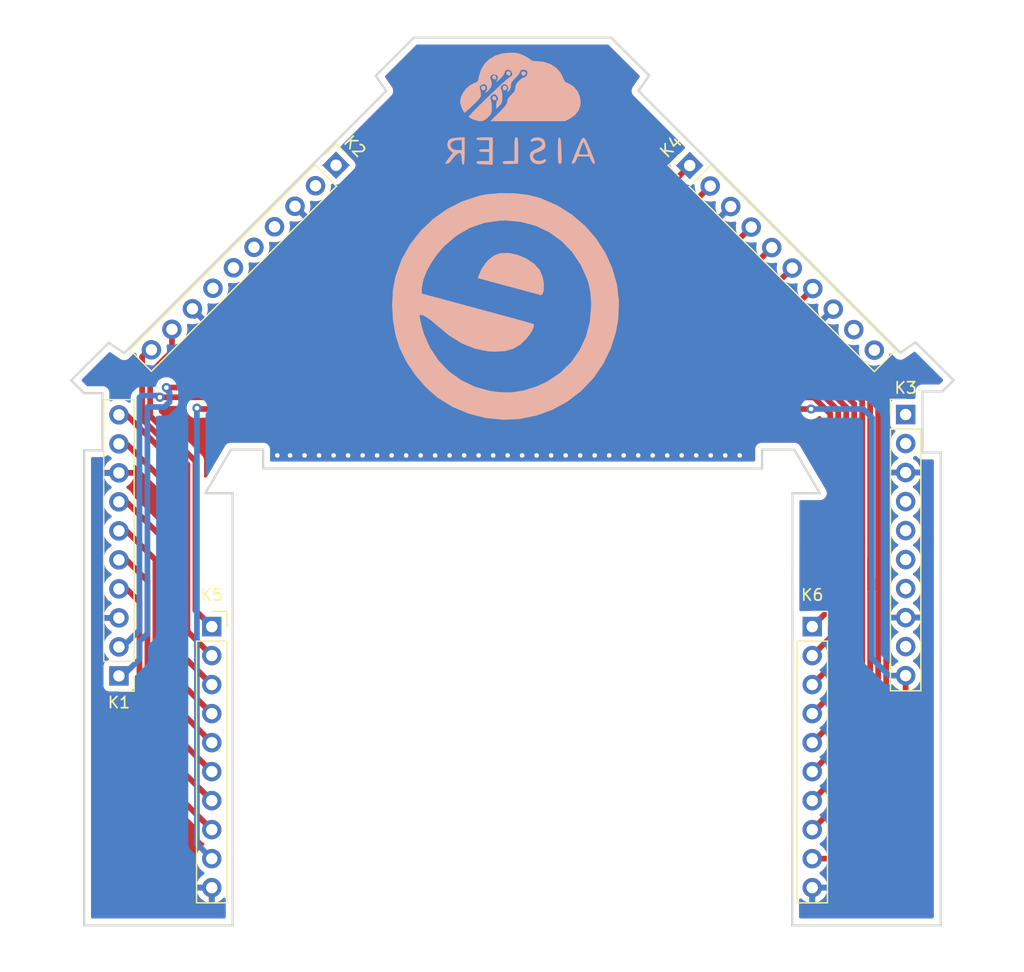
<source format=kicad_pcb>
(kicad_pcb (version 20171130) (host pcbnew "(5.1.8)-1")

  (general
    (thickness 1.6)
    (drawings 48)
    (tracks 160)
    (zones 0)
    (modules 8)
    (nets 34)
  )

  (page A4)
  (layers
    (0 F.Cu signal)
    (31 B.Cu signal)
    (32 B.Adhes user)
    (33 F.Adhes user)
    (34 B.Paste user)
    (35 F.Paste user)
    (36 B.SilkS user)
    (37 F.SilkS user)
    (38 B.Mask user)
    (39 F.Mask user)
    (40 Dwgs.User user)
    (41 Cmts.User user)
    (42 Eco1.User user)
    (43 Eco2.User user)
    (44 Edge.Cuts user)
    (45 Margin user)
    (46 B.CrtYd user)
    (47 F.CrtYd user)
    (48 B.Fab user)
    (49 F.Fab user)
  )

  (setup
    (last_trace_width 0.25)
    (user_trace_width 0.25)
    (user_trace_width 0.5)
    (user_trace_width 0.75)
    (trace_clearance 0.2)
    (zone_clearance 0.508)
    (zone_45_only no)
    (trace_min 0.2)
    (via_size 0.8)
    (via_drill 0.4)
    (via_min_size 0.4)
    (via_min_drill 0.3)
    (uvia_size 0.3)
    (uvia_drill 0.1)
    (uvias_allowed no)
    (uvia_min_size 0.2)
    (uvia_min_drill 0.1)
    (edge_width 0.1)
    (segment_width 0.2)
    (pcb_text_width 0.3)
    (pcb_text_size 1.5 1.5)
    (mod_edge_width 0.15)
    (mod_text_size 1 1)
    (mod_text_width 0.15)
    (pad_size 1.524 1.524)
    (pad_drill 0.762)
    (pad_to_mask_clearance 0)
    (aux_axis_origin 0 0)
    (grid_origin 21.4884 45.466)
    (visible_elements 7FFFFFFF)
    (pcbplotparams
      (layerselection 0x010fc_ffffffff)
      (usegerberextensions false)
      (usegerberattributes true)
      (usegerberadvancedattributes true)
      (creategerberjobfile true)
      (excludeedgelayer true)
      (linewidth 0.100000)
      (plotframeref false)
      (viasonmask false)
      (mode 1)
      (useauxorigin false)
      (hpglpennumber 1)
      (hpglpenspeed 20)
      (hpglpendiameter 15.000000)
      (psnegative false)
      (psa4output false)
      (plotreference true)
      (plotvalue true)
      (plotinvisibletext false)
      (padsonsilk false)
      (subtractmaskfromsilk false)
      (outputformat 1)
      (mirror false)
      (drillshape 0)
      (scaleselection 1)
      (outputdirectory "Gerber/"))
  )

  (net 0 "")
  (net 1 C7)
  (net 2 C6)
  (net 3 C5)
  (net 4 C4)
  (net 5 C3)
  (net 6 C2)
  (net 7 C1)
  (net 8 C0)
  (net 9 AGND)
  (net 10 VBUS)
  (net 11 GPIO21)
  (net 12 GPIO20)
  (net 13 GPIO19)
  (net 14 GPIO18)
  (net 15 GPIO17)
  (net 16 GPIO16)
  (net 17 VSYS)
  (net 18 3V3_EN)
  (net 19 3V3)
  (net 20 ADC_REF)
  (net 21 GPIO28_ADC2)
  (net 22 GPIO27_ADC1)
  (net 23 GPIO26_ADC0)
  (net 24 RUN)
  (net 25 GPIO22)
  (net 26 GPIO9)
  (net 27 GPIO8)
  (net 28 GPIO13)
  (net 29 GPIO12)
  (net 30 GPIO11)
  (net 31 GPIO10)
  (net 32 GPIO1)
  (net 33 GPIO0)

  (net_class Default "Dies ist die voreingestellte Netzklasse."
    (clearance 0.2)
    (trace_width 0.25)
    (via_dia 0.8)
    (via_drill 0.4)
    (uvia_dia 0.3)
    (uvia_drill 0.1)
    (add_net 3V3)
    (add_net 3V3_EN)
    (add_net ADC_REF)
    (add_net AGND)
    (add_net C0)
    (add_net C1)
    (add_net C2)
    (add_net C3)
    (add_net C4)
    (add_net C5)
    (add_net C6)
    (add_net C7)
    (add_net GPIO0)
    (add_net GPIO1)
    (add_net GPIO10)
    (add_net GPIO11)
    (add_net GPIO12)
    (add_net GPIO13)
    (add_net GPIO16)
    (add_net GPIO17)
    (add_net GPIO18)
    (add_net GPIO19)
    (add_net GPIO20)
    (add_net GPIO21)
    (add_net GPIO22)
    (add_net GPIO26_ADC0)
    (add_net GPIO27_ADC1)
    (add_net GPIO28_ADC2)
    (add_net GPIO8)
    (add_net GPIO9)
    (add_net RUN)
    (add_net VBUS)
    (add_net VSYS)
  )

  (module aisler:aisler_15x12mm (layer B.Cu) (tedit 5FB56DD0) (tstamp 61AE3C68)
    (at 60.6044 21.844 180)
    (fp_text reference G*** (at 0 0) (layer B.SilkS) hide
      (effects (font (size 1.524 1.524) (thickness 0.3)) (justify mirror))
    )
    (fp_text value LOGO (at 0.75 0) (layer B.SilkS) hide
      (effects (font (size 1.524 1.524) (thickness 0.3)) (justify mirror))
    )
    (fp_poly (pts (xy -1.498579 -2.394686) (xy -1.277019 -2.461795) (xy -1.137262 -2.578555) (xy -1.11125 -2.670347)
      (xy -1.151774 -2.754935) (xy -1.250157 -2.734834) (xy -1.558704 -2.646676) (xy -1.831962 -2.651069)
      (xy -2.015174 -2.740888) (xy -2.12034 -2.905753) (xy -2.0851 -3.061575) (xy -1.903167 -3.220009)
      (xy -1.695409 -3.33375) (xy -1.376443 -3.499189) (xy -1.178321 -3.637158) (xy -1.073643 -3.776986)
      (xy -1.035012 -3.947999) (xy -1.031875 -4.044007) (xy -1.100363 -4.343346) (xy -1.286545 -4.565775)
      (xy -1.561503 -4.695255) (xy -1.896315 -4.715751) (xy -2.142159 -4.659689) (xy -2.317067 -4.56662)
      (xy -2.429383 -4.449437) (xy -2.45863 -4.344567) (xy -2.384333 -4.288439) (xy -2.352068 -4.28625)
      (xy -2.214443 -4.332406) (xy -2.182813 -4.365625) (xy -2.078678 -4.416486) (xy -1.88147 -4.443613)
      (xy -1.822771 -4.445) (xy -1.5597 -4.39319) (xy -1.385018 -4.262218) (xy -1.307193 -4.088762)
      (xy -1.334692 -3.909505) (xy -1.475983 -3.761127) (xy -1.649577 -3.694736) (xy -1.873061 -3.618269)
      (xy -2.112891 -3.499165) (xy -2.126487 -3.491014) (xy -2.297814 -3.36101) (xy -2.369191 -3.207082)
      (xy -2.38125 -3.020508) (xy -2.336114 -2.730038) (xy -2.207533 -2.543092) (xy -2.008492 -2.43015)
      (xy -1.757289 -2.382409) (xy -1.498579 -2.394686)) (layer B.SilkS) (width 0.01))
    (fp_poly (pts (xy 0.223558 -2.390002) (xy 0.267837 -2.433123) (xy 0.295478 -2.535914) (xy 0.310373 -2.723672)
      (xy 0.316415 -3.021697) (xy 0.3175 -3.413125) (xy 0.3175 -4.445) (xy 0.833437 -4.445)
      (xy 1.12586 -4.453596) (xy 1.287931 -4.483477) (xy 1.347324 -4.540775) (xy 1.349375 -4.559378)
      (xy 1.339627 -4.637742) (xy 1.290438 -4.685203) (xy 1.171888 -4.707477) (xy 0.954057 -4.710278)
      (xy 0.615156 -4.699629) (xy 0 -4.676447) (xy 0 -3.528848) (xy 0.001111 -3.080859)
      (xy 0.00666 -2.767603) (xy 0.019967 -2.565066) (xy 0.044356 -2.449236) (xy 0.083147 -2.396097)
      (xy 0.139663 -2.381637) (xy 0.15875 -2.38125) (xy 0.223558 -2.390002)) (layer B.SilkS) (width 0.01))
    (fp_poly (pts (xy 3.28539 -2.385889) (xy 3.502475 -2.402823) (xy 3.61526 -2.436573) (xy 3.650873 -2.49166)
      (xy 3.65125 -2.500312) (xy 3.618573 -2.565001) (xy 3.501081 -2.602024) (xy 3.269574 -2.617639)
      (xy 3.095625 -2.619375) (xy 2.54 -2.619375) (xy 2.54 -3.413125) (xy 2.976562 -3.413125)
      (xy 3.239835 -3.423814) (xy 3.375379 -3.461321) (xy 3.413125 -3.532187) (xy 3.373931 -3.603989)
      (xy 3.236403 -3.640955) (xy 2.976562 -3.65125) (xy 2.54 -3.65125) (xy 2.54 -4.445)
      (xy 3.101445 -4.445) (xy 3.395108 -4.449556) (xy 3.561369 -4.46863) (xy 3.631443 -4.510329)
      (xy 3.63655 -4.582759) (xy 3.636333 -4.583906) (xy 3.600583 -4.652732) (xy 3.504811 -4.697523)
      (xy 3.318549 -4.725123) (xy 3.011331 -4.74238) (xy 2.916138 -4.745746) (xy 2.2225 -4.76868)
      (xy 2.2225 -2.38125) (xy 2.936875 -2.38125) (xy 3.28539 -2.385889)) (layer B.SilkS) (width 0.01))
    (fp_poly (pts (xy 5.271416 -2.393606) (xy 5.680754 -2.436277) (xy 5.955505 -2.524987) (xy 6.116628 -2.674043)
      (xy 6.185084 -2.897752) (xy 6.19125 -3.021496) (xy 6.157762 -3.262427) (xy 6.031145 -3.448843)
      (xy 5.947915 -3.52439) (xy 5.704581 -3.729142) (xy 6.071617 -4.206133) (xy 6.254499 -4.447197)
      (xy 6.348821 -4.589328) (xy 6.363848 -4.658622) (xy 6.308845 -4.681172) (xy 6.240981 -4.683125)
      (xy 6.033571 -4.609033) (xy 5.865687 -4.425156) (xy 5.624934 -4.113178) (xy 5.395569 -3.884185)
      (xy 5.201462 -3.759463) (xy 5.102918 -3.744853) (xy 5.020971 -3.790248) (xy 4.971833 -3.910861)
      (xy 4.944416 -4.141666) (xy 4.937306 -4.267203) (xy 4.912952 -4.557109) (xy 4.870013 -4.713813)
      (xy 4.801439 -4.762446) (xy 4.798399 -4.7625) (xy 4.753214 -4.7385) (xy 4.721212 -4.652138)
      (xy 4.700322 -4.48187) (xy 4.688474 -4.206152) (xy 4.683597 -3.80344) (xy 4.683125 -3.563199)
      (xy 4.683125 -2.619375) (xy 4.92125 -2.619375) (xy 4.92125 -3.4925) (xy 5.278437 -3.4925)
      (xy 5.58493 -3.456185) (xy 5.78923 -3.33882) (xy 5.794375 -3.33375) (xy 5.926798 -3.122847)
      (xy 5.917561 -2.923105) (xy 5.783308 -2.757571) (xy 5.540684 -2.649291) (xy 5.278437 -2.619375)
      (xy 4.92125 -2.619375) (xy 4.683125 -2.619375) (xy 4.683125 -2.363898) (xy 5.271416 -2.393606)) (layer B.SilkS) (width 0.01))
    (fp_poly (pts (xy -5.609618 -2.480921) (xy -5.481653 -2.688734) (xy -5.327333 -3.032668) (xy -5.181311 -3.390035)
      (xy -5.02722 -3.772494) (xy -4.891506 -4.110406) (xy -4.786824 -4.372187) (xy -4.725826 -4.526255)
      (xy -4.718894 -4.544218) (xy -4.715343 -4.656562) (xy -4.81354 -4.682317) (xy -4.954986 -4.603603)
      (xy -5.089728 -4.374775) (xy -5.09395 -4.364817) (xy -5.226961 -4.048125) (xy -6.253388 -4.048125)
      (xy -6.380427 -4.365625) (xy -6.512465 -4.603397) (xy -6.65495 -4.683123) (xy -6.655487 -4.683125)
      (xy -6.705982 -4.66787) (xy -6.722129 -4.608336) (xy -6.698261 -4.483864) (xy -6.628713 -4.273796)
      (xy -6.507818 -3.957476) (xy -6.456202 -3.828762) (xy -6.134035 -3.828762) (xy -6.129507 -3.845284)
      (xy -6.029157 -3.87463) (xy -5.841639 -3.887818) (xy -5.623896 -3.885932) (xy -5.43287 -3.870056)
      (xy -5.325503 -3.841272) (xy -5.318109 -3.829843) (xy -5.343971 -3.713294) (xy -5.409782 -3.511635)
      (xy -5.497838 -3.271111) (xy -5.59043 -3.037969) (xy -5.669853 -2.858455) (xy -5.718399 -2.778816)
      (xy -5.720791 -2.778125) (xy -5.77489 -2.846103) (xy -5.858672 -3.019002) (xy -5.954306 -3.250269)
      (xy -6.043964 -3.493354) (xy -6.109817 -3.701702) (xy -6.134035 -3.828762) (xy -6.456202 -3.828762)
      (xy -6.345227 -3.552031) (xy -6.138559 -3.049942) (xy -5.975697 -2.69374) (xy -5.842607 -2.481472)
      (xy -5.725258 -2.411183) (xy -5.609618 -2.480921)) (layer B.SilkS) (width 0.01))
    (fp_poly (pts (xy -3.571413 -2.400433) (xy -3.535774 -2.454482) (xy -3.51267 -2.580118) (xy -3.499496 -2.800043)
      (xy -3.493651 -3.136955) (xy -3.4925 -3.526367) (xy -3.49342 -3.97604) (xy -3.498498 -4.290941)
      (xy -3.511209 -4.49505) (xy -3.53503 -4.612343) (xy -3.573438 -4.666799) (xy -3.629908 -4.682395)
      (xy -3.660209 -4.683125) (xy -3.725798 -4.677571) (xy -3.770543 -4.64475) (xy -3.797222 -4.560417)
      (xy -3.808616 -4.400331) (xy -3.807504 -4.140249) (xy -3.796666 -3.755928) (xy -3.789896 -3.552031)
      (xy -3.772336 -3.099284) (xy -3.752893 -2.781732) (xy -3.728151 -2.575827) (xy -3.694696 -2.458022)
      (xy -3.649116 -2.404769) (xy -3.622187 -2.395273) (xy -3.571413 -2.400433)) (layer B.SilkS) (width 0.01))
    (fp_poly (pts (xy 1.403549 4.967506) (xy 2.013237 4.77495) (xy 2.531795 4.467389) (xy 2.947583 4.053744)
      (xy 3.248957 3.542933) (xy 3.421101 2.962261) (xy 3.472012 2.700946) (xy 3.532556 2.548288)
      (xy 3.639651 2.456556) (xy 3.830216 2.378018) (xy 3.889287 2.356961) (xy 4.245623 2.166151)
      (xy 4.564036 1.8784) (xy 4.822286 1.528737) (xy 4.998132 1.152196) (xy 5.069337 0.783806)
      (xy 5.042525 0.54039) (xy 4.960783 0.293138) (xy 4.861865 0.055773) (xy 4.76611 -0.129033)
      (xy 4.693859 -0.218609) (xy 4.67982 -0.220538) (xy 4.603233 -0.16014) (xy 4.436802 -0.012192)
      (xy 4.20521 0.200922) (xy 3.93883 0.451414) (xy 3.643961 0.735944) (xy 3.447748 0.941448)
      (xy 3.330579 1.094796) (xy 3.272843 1.222861) (xy 3.254929 1.352514) (xy 3.254374 1.389289)
      (xy 3.277888 1.630903) (xy 3.335 1.827458) (xy 3.340076 1.837447) (xy 3.366814 2.018787)
      (xy 3.279143 2.173967) (xy 3.121359 2.273041) (xy 2.937756 2.286064) (xy 2.794 2.206626)
      (xy 2.71746 2.054884) (xy 2.704085 1.867579) (xy 2.756416 1.724768) (xy 2.778125 1.706563)
      (xy 2.854678 1.592804) (xy 2.8575 1.567245) (xy 2.80798 1.563963) (xy 2.681251 1.654092)
      (xy 2.579687 1.74625) (xy 2.364628 2.040251) (xy 2.294885 2.351461) (xy 2.374956 2.655935)
      (xy 2.400514 2.700102) (xy 2.450339 2.89359) (xy 2.366287 3.049287) (xy 2.173227 3.130762)
      (xy 2.103437 3.135313) (xy 1.884453 3.080987) (xy 1.767554 2.942295) (xy 1.777606 2.755669)
      (xy 1.80636 2.700102) (xy 1.894656 2.537429) (xy 1.881113 2.495804) (xy 1.766373 2.575032)
      (xy 1.551079 2.774921) (xy 1.547812 2.778126) (xy 1.360236 2.981169) (xy 1.23088 3.157424)
      (xy 1.190625 3.255027) (xy 1.129991 3.448506) (xy 0.979602 3.5487) (xy 0.786723 3.542494)
      (xy 0.60046 3.418814) (xy 0.506887 3.221055) (xy 0.549471 3.029927) (xy 0.714672 2.897822)
      (xy 0.737145 2.889961) (xy 0.838259 2.82249) (xy 1.029806 2.6628) (xy 1.295037 2.427067)
      (xy 1.617203 2.131465) (xy 1.979555 1.79217) (xy 2.365343 1.425358) (xy 2.757819 1.047204)
      (xy 3.140234 0.673884) (xy 3.495838 0.321573) (xy 3.807883 0.006447) (xy 4.059618 -0.255319)
      (xy 4.234296 -0.44755) (xy 4.315168 -0.554068) (xy 4.318078 -0.56834) (xy 4.180932 -0.685546)
      (xy 3.943293 -0.802613) (xy 3.661927 -0.897692) (xy 3.3936 -0.948931) (xy 3.320072 -0.9525)
      (xy 3.105892 -0.935565) (xy 2.9326 -0.865553) (xy 2.74173 -0.713655) (xy 2.642223 -0.618473)
      (xy 2.461829 -0.434138) (xy 2.360029 -0.288572) (xy 2.314346 -0.124046) (xy 2.302305 0.117168)
      (xy 2.301875 0.255729) (xy 2.315545 0.554984) (xy 2.351258 0.807061) (xy 2.39757 0.949137)
      (xy 2.448428 1.087293) (xy 2.385046 1.219701) (xy 2.34558 1.26556) (xy 2.170378 1.406091)
      (xy 2.013024 1.397438) (xy 1.877614 1.283594) (xy 1.779072 1.124663) (xy 1.748346 0.972031)
      (xy 1.792382 0.880551) (xy 1.825625 0.873125) (xy 1.871978 0.801967) (xy 1.900571 0.621012)
      (xy 1.905 0.497621) (xy 1.905 0.122116) (xy 1.647031 0.380025) (xy 1.499888 0.544846)
      (xy 1.420073 0.703856) (xy 1.385241 0.918517) (xy 1.375896 1.125702) (xy 1.389105 1.4789)
      (xy 1.446045 1.729082) (xy 1.473852 1.783063) (xy 1.542923 1.931023) (xy 1.503994 2.064444)
      (xy 1.462674 2.127266) (xy 1.286062 2.276215) (xy 1.092734 2.275923) (xy 0.921088 2.130854)
      (xy 0.845382 1.939379) (xy 0.876899 1.818572) (xy 0.946714 1.656122) (xy 0.919666 1.616234)
      (xy 0.798356 1.702412) (xy 0.793749 1.706563) (xy 0.661835 1.929936) (xy 0.635 2.138568)
      (xy 0.615565 2.316916) (xy 0.53997 2.479675) (xy 0.382281 2.671232) (xy 0.238125 2.817813)
      (xy 0.039457 3.03153) (xy -0.1029 3.219084) (xy -0.158724 3.340549) (xy -0.15875 3.342118)
      (xy -0.222587 3.484784) (xy -0.376904 3.560005) (xy -0.565913 3.562035) (xy -0.733826 3.485129)
      (xy -0.796599 3.407803) (xy -0.822775 3.21852) (xy -0.74645 3.024236) (xy -0.602077 2.886901)
      (xy -0.49053 2.8575) (xy -0.357801 2.80364) (xy -0.172254 2.665854) (xy -0.055797 2.556498)
      (xy 0.137623 2.326119) (xy 0.224753 2.121725) (xy 0.238125 1.977712) (xy 0.262625 1.790337)
      (xy 0.354342 1.615059) (xy 0.540598 1.403817) (xy 0.595312 1.349375) (xy 0.816556 1.106856)
      (xy 0.927482 0.911378) (xy 0.9525 0.758872) (xy 0.971991 0.636992) (xy 1.041929 0.497251)
      (xy 1.179507 0.316753) (xy 1.40192 0.072598) (xy 1.685151 -0.216789) (xy 2.417802 -0.9525)
      (xy -4.109373 -0.9525) (xy -4.535155 -0.731302) (xy -4.97086 -0.429745) (xy -5.277627 -0.05103)
      (xy -5.446043 0.390554) (xy -5.476875 0.698285) (xy -5.405766 1.199372) (xy -5.206076 1.654477)
      (xy -4.898265 2.033937) (xy -4.502792 2.308093) (xy -4.3131 2.385488) (xy -4.144428 2.467629)
      (xy -4.029535 2.608682) (xy -3.929178 2.857165) (xy -3.927496 2.862218) (xy -3.694039 3.323194)
      (xy -3.336775 3.71183) (xy -2.880235 4.012331) (xy -2.348951 4.208902) (xy -1.767455 4.285746)
      (xy -1.715888 4.28625) (xy -1.407737 4.298441) (xy -1.213107 4.341893) (xy -1.088154 4.42693)
      (xy -1.079668 4.436044) (xy -0.938654 4.546123) (xy -0.704256 4.685748) (xy -0.45221 4.812707)
      (xy -0.170691 4.931089) (xy 0.077414 4.999504) (xy 0.356854 5.030352) (xy 0.714375 5.036137)
      (xy 1.403549 4.967506)) (layer B.SilkS) (width 0.01))
    (fp_poly (pts (xy 2.234537 1.179311) (xy 2.268074 1.065507) (xy 2.208529 0.94771) (xy 2.07724 0.886616)
      (xy 1.941148 0.892785) (xy 1.912917 0.995945) (xy 1.91849 1.045366) (xy 1.995674 1.199318)
      (xy 2.103437 1.230313) (xy 2.234537 1.179311)) (layer B.SilkS) (width 0.01))
    (fp_poly (pts (xy 1.316835 2.09408) (xy 1.349375 1.944688) (xy 1.31259 1.789523) (xy 1.188133 1.74625)
      (xy 1.036207 1.79627) (xy 0.982662 1.861512) (xy 0.979759 2.033109) (xy 1.10518 2.131623)
      (xy 1.195309 2.143125) (xy 1.316835 2.09408)) (layer B.SilkS) (width 0.01))
    (fp_poly (pts (xy 3.183656 2.093259) (xy 3.227806 1.953074) (xy 3.206452 1.872476) (xy 3.098653 1.759613)
      (xy 2.953796 1.766832) (xy 2.910416 1.799167) (xy 2.851561 1.938641) (xy 2.891103 2.077711)
      (xy 3.007487 2.143069) (xy 3.011565 2.143125) (xy 3.183656 2.093259)) (layer B.SilkS) (width 0.01))
    (fp_poly (pts (xy 2.234537 3.004936) (xy 2.268074 2.891132) (xy 2.208529 2.773335) (xy 2.07724 2.712241)
      (xy 1.941148 2.71841) (xy 1.912917 2.82157) (xy 1.91849 2.870991) (xy 1.995674 3.024943)
      (xy 2.103437 3.055938) (xy 2.234537 3.004936)) (layer B.SilkS) (width 0.01))
    (fp_poly (pts (xy -0.331117 3.354844) (xy -0.282936 3.223942) (xy -0.339578 3.105298) (xy -0.44493 3.025985)
      (xy -0.47625 3.01625) (xy -0.567356 3.064937) (xy -0.612923 3.105298) (xy -0.669635 3.246168)
      (xy -0.604633 3.370188) (xy -0.47625 3.413125) (xy -0.331117 3.354844)) (layer B.SilkS) (width 0.01))
    (fp_poly (pts (xy 1.003214 3.373444) (xy 1.017551 3.235343) (xy 0.945671 3.090522) (xy 0.821003 3.028812)
      (xy 0.70289 3.068803) (xy 0.667413 3.125646) (xy 0.661674 3.300833) (xy 0.785985 3.400553)
      (xy 0.88333 3.413125) (xy 1.003214 3.373444)) (layer B.SilkS) (width 0.01))
  )

  (module elektor:elektor (layer B.Cu) (tedit 0) (tstamp 61AE451B)
    (at 59.3344 39.624 180)
    (fp_text reference G*** (at 0 0) (layer B.SilkS) hide
      (effects (font (size 1.524 1.524) (thickness 0.3)) (justify mirror))
    )
    (fp_text value LOGO (at 0.75 0) (layer B.SilkS) hide
      (effects (font (size 1.524 1.524) (thickness 0.3)) (justify mirror))
    )
    (fp_poly (pts (xy 0.269503 5.267881) (xy 0.853442 5.048525) (xy 1.394622 4.618117) (xy 1.844534 4.01954)
      (xy 1.983395 3.75278) (xy 2.138773 3.400478) (xy 2.231067 3.15763) (xy 2.24326 3.089928)
      (xy 2.116592 3.049275) (xy 1.780233 2.953615) (xy 1.270067 2.812814) (xy 0.621978 2.636739)
      (xy -0.12815 2.435256) (xy -0.450261 2.349352) (xy -1.240135 2.138624) (xy -1.95079 1.948077)
      (xy -2.544225 1.78798) (xy -2.982435 1.668598) (xy -3.227418 1.6002) (xy -3.261751 1.589777)
      (xy -3.390182 1.661341) (xy -3.493474 1.909896) (xy -3.496665 1.923961) (xy -3.53148 2.535)
      (xy -3.41467 3.195529) (xy -3.171506 3.772761) (xy -3.133484 3.832446) (xy -2.647507 4.358202)
      (xy -1.988676 4.796061) (xy -1.231813 5.114461) (xy -0.451738 5.281844) (xy 0.269503 5.267881)) (layer B.SilkS) (width 0.01))
    (fp_poly (pts (xy 1.381422 10.428818) (xy 2.0955 10.297292) (xy 3.563701 9.823194) (xy 4.932081 9.134823)
      (xy 6.17709 8.254746) (xy 7.27518 7.205533) (xy 8.202803 6.009754) (xy 8.93641 4.689978)
      (xy 9.452452 3.268773) (xy 9.460652 3.2385) (xy 9.684836 2.03488) (xy 9.756303 0.723559)
      (xy 9.679665 -0.614546) (xy 9.459538 -1.898517) (xy 9.102466 -3.042662) (xy 8.503484 -4.253947)
      (xy 7.718632 -5.423793) (xy 6.800973 -6.483351) (xy 5.803573 -7.363775) (xy 5.72964 -7.418753)
      (xy 4.454701 -8.201931) (xy 3.051672 -8.788284) (xy 1.56673 -9.165775) (xy 0.046054 -9.322368)
      (xy -1.340052 -9.261555) (xy -2.873739 -8.957844) (xy -4.309118 -8.431317) (xy -5.628122 -7.700151)
      (xy -6.812685 -6.782522) (xy -7.844741 -5.696606) (xy -8.706224 -4.460579) (xy -9.379068 -3.092619)
      (xy -9.845207 -1.6109) (xy -10.039676 -0.50888) (xy -10.086135 0.635) (xy -7.670928 0.635)
      (xy -7.553601 -0.751376) (xy -7.207049 -2.052257) (xy -6.645865 -3.246356) (xy -5.884641 -4.312386)
      (xy -4.93797 -5.229061) (xy -3.820446 -5.975092) (xy -2.828206 -6.429126) (xy -1.701618 -6.776775)
      (xy -0.634523 -6.931316) (xy 0.467752 -6.901508) (xy 1.179453 -6.799838) (xy 2.493679 -6.441415)
      (xy 3.697743 -5.865584) (xy 4.769845 -5.09307) (xy 5.688183 -4.144602) (xy 6.430954 -3.040905)
      (xy 6.976357 -1.802708) (xy 7.17853 -1.096531) (xy 7.274917 -0.672775) (xy 7.342141 -0.348584)
      (xy 7.364122 -0.208482) (xy 7.279646 -0.119903) (xy 7.047678 -0.179401) (xy 6.709192 -0.364768)
      (xy 6.305162 -0.653796) (xy 5.900537 -1.001734) (xy 4.767331 -1.944544) (xy 3.640459 -2.641785)
      (xy 2.503724 -3.100888) (xy 1.340931 -3.329284) (xy 0.762 -3.359197) (xy -0.12463 -3.303102)
      (xy -0.845213 -3.106016) (xy -1.458929 -2.744372) (xy -1.950642 -2.279036) (xy -2.272556 -1.874741)
      (xy -2.515882 -1.481559) (xy -2.651087 -1.156656) (xy -2.648635 -0.957195) (xy -2.639368 -0.946034)
      (xy -2.512075 -0.905359) (xy -2.165743 -0.806173) (xy -1.626676 -0.655717) (xy -0.921179 -0.46123)
      (xy -0.075553 -0.229954) (xy 0.883896 0.030872) (xy 1.930865 0.314007) (xy 2.288063 0.410289)
      (xy 7.1755 1.726617) (xy 7.149335 2.281664) (xy 7.025855 2.935678) (xy 6.731668 3.685938)
      (xy 6.298185 4.474857) (xy 5.756819 5.244851) (xy 5.173274 5.904297) (xy 4.103652 6.811914)
      (xy 2.946645 7.481329) (xy 1.697568 7.914498) (xy 0.351736 8.113378) (xy -0.1504 8.128001)
      (xy -1.524627 8.007376) (xy -2.816797 7.656028) (xy -4.006066 7.089749) (xy -5.071591 6.324328)
      (xy -5.992527 5.375558) (xy -6.748031 4.259228) (xy -7.317259 2.991131) (xy -7.442661 2.6035)
      (xy -7.599834 1.822387) (xy -7.668405 0.858403) (xy -7.670928 0.635) (xy -10.086135 0.635)
      (xy -10.101491 1.013084) (xy -9.924473 2.501121) (xy -9.523535 3.932678) (xy -8.91359 5.285202)
      (xy -8.109552 6.536139) (xy -7.126332 7.662937) (xy -5.978844 8.643042) (xy -4.682001 9.453902)
      (xy -3.250715 10.072963) (xy -2.9845 10.160854) (xy -2.01254 10.384663) (xy -0.899448 10.505577)
      (xy 0.262598 10.521121) (xy 1.381422 10.428818)) (layer B.SilkS) (width 0.01))
  )

  (module Connector_PinHeader_2.54mm:PinHeader_1x10_P2.54mm_Vertical (layer F.Cu) (tedit 59FED5CC) (tstamp 61698367)
    (at 75.631139 26.685339 45)
    (descr "Through hole straight pin header, 1x10, 2.54mm pitch, single row")
    (tags "Through hole pin header THT 1x10 2.54mm single row")
    (path /616A7279)
    (fp_text reference K4 (at 0 -2.33 45) (layer F.SilkS)
      (effects (font (size 1 1) (thickness 0.15)))
    )
    (fp_text value Conn_01x10 (at 0 25.19 45) (layer F.Fab)
      (effects (font (size 1 1) (thickness 0.15)))
    )
    (fp_line (start 1.8 -1.8) (end -1.8 -1.8) (layer F.CrtYd) (width 0.05))
    (fp_line (start 1.8 24.65) (end 1.8 -1.8) (layer F.CrtYd) (width 0.05))
    (fp_line (start -1.8 24.65) (end 1.8 24.65) (layer F.CrtYd) (width 0.05))
    (fp_line (start -1.8 -1.8) (end -1.8 24.65) (layer F.CrtYd) (width 0.05))
    (fp_line (start -1.33 -1.33) (end 0 -1.33) (layer F.SilkS) (width 0.12))
    (fp_line (start -1.33 0) (end -1.33 -1.33) (layer F.SilkS) (width 0.12))
    (fp_line (start -1.33 1.27) (end 1.33 1.27) (layer F.SilkS) (width 0.12))
    (fp_line (start 1.33 1.27) (end 1.33 24.19) (layer F.SilkS) (width 0.12))
    (fp_line (start -1.33 1.27) (end -1.33 24.19) (layer F.SilkS) (width 0.12))
    (fp_line (start -1.33 24.19) (end 1.33 24.19) (layer F.SilkS) (width 0.12))
    (fp_line (start -1.27 -0.635) (end -0.635 -1.27) (layer F.Fab) (width 0.1))
    (fp_line (start -1.27 24.13) (end -1.27 -0.635) (layer F.Fab) (width 0.1))
    (fp_line (start 1.27 24.13) (end -1.27 24.13) (layer F.Fab) (width 0.1))
    (fp_line (start 1.27 -1.27) (end 1.27 24.13) (layer F.Fab) (width 0.1))
    (fp_line (start -0.635 -1.27) (end 1.27 -1.27) (layer F.Fab) (width 0.1))
    (fp_text user %R (at 0 11.43 135) (layer F.Fab)
      (effects (font (size 1 1) (thickness 0.15)))
    )
    (pad 10 thru_hole oval (at 0 22.86 45) (size 1.7 1.7) (drill 1) (layers *.Cu *.Mask)
      (net 24 RUN))
    (pad 9 thru_hole oval (at 0 20.32 45) (size 1.7 1.7) (drill 1) (layers *.Cu *.Mask)
      (net 25 GPIO22))
    (pad 8 thru_hole oval (at 0 17.78 45) (size 1.7 1.7) (drill 1) (layers *.Cu *.Mask)
      (net 9 AGND))
    (pad 7 thru_hole oval (at 0 15.24 45) (size 1.7 1.7) (drill 1) (layers *.Cu *.Mask)
      (net 11 GPIO21))
    (pad 6 thru_hole oval (at 0 12.7 45) (size 1.7 1.7) (drill 1) (layers *.Cu *.Mask)
      (net 12 GPIO20))
    (pad 5 thru_hole oval (at 0 10.16 45) (size 1.7 1.7) (drill 1) (layers *.Cu *.Mask)
      (net 13 GPIO19))
    (pad 4 thru_hole oval (at 0 7.62 45) (size 1.7 1.7) (drill 1) (layers *.Cu *.Mask)
      (net 14 GPIO18))
    (pad 3 thru_hole oval (at 0 5.08 45) (size 1.7 1.7) (drill 1) (layers *.Cu *.Mask)
      (net 9 AGND))
    (pad 2 thru_hole oval (at 0 2.54 45) (size 1.7 1.7) (drill 1) (layers *.Cu *.Mask)
      (net 15 GPIO17))
    (pad 1 thru_hole rect (at 0 0 45) (size 1.7 1.7) (drill 1) (layers *.Cu *.Mask)
      (net 16 GPIO16))
    (model ${KISYS3DMOD}/Connector_PinHeader_2.54mm.3dshapes/PinHeader_1x10_P2.54mm_Vertical.wrl
      (at (xyz 0 0 0))
      (scale (xyz 1 1 1))
      (rotate (xyz 0 0 0))
    )
  )

  (module Connector_PinHeader_2.54mm:PinHeader_1x10_P2.54mm_Vertical (layer F.Cu) (tedit 59FED5CC) (tstamp 61698385)
    (at 94.5388 48.4886)
    (descr "Through hole straight pin header, 1x10, 2.54mm pitch, single row")
    (tags "Through hole pin header THT 1x10 2.54mm single row")
    (path /616B3641)
    (fp_text reference K3 (at 0 -2.33) (layer F.SilkS)
      (effects (font (size 1 1) (thickness 0.15)))
    )
    (fp_text value Conn_01x10 (at 0 25.19) (layer F.Fab)
      (effects (font (size 1 1) (thickness 0.15)))
    )
    (fp_line (start 1.8 -1.8) (end -1.8 -1.8) (layer F.CrtYd) (width 0.05))
    (fp_line (start 1.8 24.65) (end 1.8 -1.8) (layer F.CrtYd) (width 0.05))
    (fp_line (start -1.8 24.65) (end 1.8 24.65) (layer F.CrtYd) (width 0.05))
    (fp_line (start -1.8 -1.8) (end -1.8 24.65) (layer F.CrtYd) (width 0.05))
    (fp_line (start -1.33 -1.33) (end 0 -1.33) (layer F.SilkS) (width 0.12))
    (fp_line (start -1.33 0) (end -1.33 -1.33) (layer F.SilkS) (width 0.12))
    (fp_line (start -1.33 1.27) (end 1.33 1.27) (layer F.SilkS) (width 0.12))
    (fp_line (start 1.33 1.27) (end 1.33 24.19) (layer F.SilkS) (width 0.12))
    (fp_line (start -1.33 1.27) (end -1.33 24.19) (layer F.SilkS) (width 0.12))
    (fp_line (start -1.33 24.19) (end 1.33 24.19) (layer F.SilkS) (width 0.12))
    (fp_line (start -1.27 -0.635) (end -0.635 -1.27) (layer F.Fab) (width 0.1))
    (fp_line (start -1.27 24.13) (end -1.27 -0.635) (layer F.Fab) (width 0.1))
    (fp_line (start 1.27 24.13) (end -1.27 24.13) (layer F.Fab) (width 0.1))
    (fp_line (start 1.27 -1.27) (end 1.27 24.13) (layer F.Fab) (width 0.1))
    (fp_line (start -0.635 -1.27) (end 1.27 -1.27) (layer F.Fab) (width 0.1))
    (fp_text user %R (at 0 11.43 90) (layer F.Fab)
      (effects (font (size 1 1) (thickness 0.15)))
    )
    (pad 10 thru_hole oval (at 0 22.86) (size 1.7 1.7) (drill 1) (layers *.Cu *.Mask)
      (net 10 VBUS))
    (pad 9 thru_hole oval (at 0 20.32) (size 1.7 1.7) (drill 1) (layers *.Cu *.Mask)
      (net 17 VSYS))
    (pad 8 thru_hole oval (at 0 17.78) (size 1.7 1.7) (drill 1) (layers *.Cu *.Mask)
      (net 9 AGND))
    (pad 7 thru_hole oval (at 0 15.24) (size 1.7 1.7) (drill 1) (layers *.Cu *.Mask)
      (net 18 3V3_EN))
    (pad 6 thru_hole oval (at 0 12.7) (size 1.7 1.7) (drill 1) (layers *.Cu *.Mask)
      (net 19 3V3))
    (pad 5 thru_hole oval (at 0 10.16) (size 1.7 1.7) (drill 1) (layers *.Cu *.Mask)
      (net 20 ADC_REF))
    (pad 4 thru_hole oval (at 0 7.62) (size 1.7 1.7) (drill 1) (layers *.Cu *.Mask)
      (net 21 GPIO28_ADC2))
    (pad 3 thru_hole oval (at 0 5.08) (size 1.7 1.7) (drill 1) (layers *.Cu *.Mask)
      (net 9 AGND))
    (pad 2 thru_hole oval (at 0 2.54) (size 1.7 1.7) (drill 1) (layers *.Cu *.Mask)
      (net 22 GPIO27_ADC1))
    (pad 1 thru_hole rect (at 0 0) (size 1.7 1.7) (drill 1) (layers *.Cu *.Mask)
      (net 23 GPIO26_ADC0))
    (model ${KISYS3DMOD}/Connector_PinHeader_2.54mm.3dshapes/PinHeader_1x10_P2.54mm_Vertical.wrl
      (at (xyz 0 0 0))
      (scale (xyz 1 1 1))
      (rotate (xyz 0 0 0))
    )
  )

  (module Connector_PinHeader_2.54mm:PinHeader_1x10_P2.54mm_Vertical (layer F.Cu) (tedit 59FED5CC) (tstamp 616982D5)
    (at 44.663261 26.659939 315)
    (descr "Through hole straight pin header, 1x10, 2.54mm pitch, single row")
    (tags "Through hole pin header THT 1x10 2.54mm single row")
    (path /616F454C)
    (fp_text reference K2 (at 0 -2.33 135) (layer F.SilkS)
      (effects (font (size 1 1) (thickness 0.15)))
    )
    (fp_text value Conn_01x10 (at 0 25.19 135) (layer F.Fab)
      (effects (font (size 1 1) (thickness 0.15)))
    )
    (fp_line (start 1.8 -1.8) (end -1.8 -1.8) (layer F.CrtYd) (width 0.05))
    (fp_line (start 1.8 24.65) (end 1.8 -1.8) (layer F.CrtYd) (width 0.05))
    (fp_line (start -1.8 24.65) (end 1.8 24.65) (layer F.CrtYd) (width 0.05))
    (fp_line (start -1.8 -1.8) (end -1.8 24.65) (layer F.CrtYd) (width 0.05))
    (fp_line (start -1.33 -1.33) (end 0 -1.33) (layer F.SilkS) (width 0.12))
    (fp_line (start -1.33 0) (end -1.33 -1.33) (layer F.SilkS) (width 0.12))
    (fp_line (start -1.33 1.27) (end 1.33 1.27) (layer F.SilkS) (width 0.12))
    (fp_line (start 1.33 1.27) (end 1.33 24.19) (layer F.SilkS) (width 0.12))
    (fp_line (start -1.33 1.27) (end -1.33 24.19) (layer F.SilkS) (width 0.12))
    (fp_line (start -1.33 24.19) (end 1.33 24.19) (layer F.SilkS) (width 0.12))
    (fp_line (start -1.27 -0.635) (end -0.635 -1.27) (layer F.Fab) (width 0.1))
    (fp_line (start -1.27 24.13) (end -1.27 -0.635) (layer F.Fab) (width 0.1))
    (fp_line (start 1.27 24.13) (end -1.27 24.13) (layer F.Fab) (width 0.1))
    (fp_line (start 1.27 -1.27) (end 1.27 24.13) (layer F.Fab) (width 0.1))
    (fp_line (start -0.635 -1.27) (end 1.27 -1.27) (layer F.Fab) (width 0.1))
    (fp_text user %R (at 0 11.43 45) (layer F.Fab)
      (effects (font (size 1 1) (thickness 0.15)))
    )
    (pad 10 thru_hole oval (at 0 22.86 315) (size 1.7 1.7) (drill 1) (layers *.Cu *.Mask)
      (net 7 C1))
    (pad 9 thru_hole oval (at 0 20.32 315) (size 1.7 1.7) (drill 1) (layers *.Cu *.Mask)
      (net 8 C0))
    (pad 8 thru_hole oval (at 0 17.78 315) (size 1.7 1.7) (drill 1) (layers *.Cu *.Mask)
      (net 9 AGND))
    (pad 7 thru_hole oval (at 0 15.24 315) (size 1.7 1.7) (drill 1) (layers *.Cu *.Mask)
      (net 28 GPIO13))
    (pad 6 thru_hole oval (at 0 12.7 315) (size 1.7 1.7) (drill 1) (layers *.Cu *.Mask)
      (net 29 GPIO12))
    (pad 5 thru_hole oval (at 0 10.16 315) (size 1.7 1.7) (drill 1) (layers *.Cu *.Mask)
      (net 30 GPIO11))
    (pad 4 thru_hole oval (at 0 7.62 315) (size 1.7 1.7) (drill 1) (layers *.Cu *.Mask)
      (net 31 GPIO10))
    (pad 3 thru_hole oval (at 0 5.08 315) (size 1.7 1.7) (drill 1) (layers *.Cu *.Mask)
      (net 9 AGND))
    (pad 2 thru_hole oval (at 0 2.54 315) (size 1.7 1.7) (drill 1) (layers *.Cu *.Mask)
      (net 26 GPIO9))
    (pad 1 thru_hole rect (at 0 0 315) (size 1.7 1.7) (drill 1) (layers *.Cu *.Mask)
      (net 27 GPIO8))
    (model ${KISYS3DMOD}/Connector_PinHeader_2.54mm.3dshapes/PinHeader_1x10_P2.54mm_Vertical.wrl
      (at (xyz 0 0 0))
      (scale (xyz 1 1 1))
      (rotate (xyz 0 0 0))
    )
  )

  (module Connector_PinHeader_2.54mm:PinHeader_1x10_P2.54mm_Vertical (layer F.Cu) (tedit 59FED5CC) (tstamp 616982B7)
    (at 25.654 71.375 180)
    (descr "Through hole straight pin header, 1x10, 2.54mm pitch, single row")
    (tags "Through hole pin header THT 1x10 2.54mm single row")
    (path /616EA1F3)
    (fp_text reference K1 (at 0 -2.33) (layer F.SilkS)
      (effects (font (size 1 1) (thickness 0.15)))
    )
    (fp_text value Conn_01x10 (at 0 25.19) (layer F.Fab)
      (effects (font (size 1 1) (thickness 0.15)))
    )
    (fp_line (start 1.8 -1.8) (end -1.8 -1.8) (layer F.CrtYd) (width 0.05))
    (fp_line (start 1.8 24.65) (end 1.8 -1.8) (layer F.CrtYd) (width 0.05))
    (fp_line (start -1.8 24.65) (end 1.8 24.65) (layer F.CrtYd) (width 0.05))
    (fp_line (start -1.8 -1.8) (end -1.8 24.65) (layer F.CrtYd) (width 0.05))
    (fp_line (start -1.33 -1.33) (end 0 -1.33) (layer F.SilkS) (width 0.12))
    (fp_line (start -1.33 0) (end -1.33 -1.33) (layer F.SilkS) (width 0.12))
    (fp_line (start -1.33 1.27) (end 1.33 1.27) (layer F.SilkS) (width 0.12))
    (fp_line (start 1.33 1.27) (end 1.33 24.19) (layer F.SilkS) (width 0.12))
    (fp_line (start -1.33 1.27) (end -1.33 24.19) (layer F.SilkS) (width 0.12))
    (fp_line (start -1.33 24.19) (end 1.33 24.19) (layer F.SilkS) (width 0.12))
    (fp_line (start -1.27 -0.635) (end -0.635 -1.27) (layer F.Fab) (width 0.1))
    (fp_line (start -1.27 24.13) (end -1.27 -0.635) (layer F.Fab) (width 0.1))
    (fp_line (start 1.27 24.13) (end -1.27 24.13) (layer F.Fab) (width 0.1))
    (fp_line (start 1.27 -1.27) (end 1.27 24.13) (layer F.Fab) (width 0.1))
    (fp_line (start -0.635 -1.27) (end 1.27 -1.27) (layer F.Fab) (width 0.1))
    (fp_text user %R (at 0 11.43 90) (layer F.Fab)
      (effects (font (size 1 1) (thickness 0.15)))
    )
    (pad 10 thru_hole oval (at 0 22.86 180) (size 1.7 1.7) (drill 1) (layers *.Cu *.Mask)
      (net 6 C2))
    (pad 9 thru_hole oval (at 0 20.32 180) (size 1.7 1.7) (drill 1) (layers *.Cu *.Mask)
      (net 5 C3))
    (pad 8 thru_hole oval (at 0 17.78 180) (size 1.7 1.7) (drill 1) (layers *.Cu *.Mask)
      (net 9 AGND))
    (pad 7 thru_hole oval (at 0 15.24 180) (size 1.7 1.7) (drill 1) (layers *.Cu *.Mask)
      (net 4 C4))
    (pad 6 thru_hole oval (at 0 12.7 180) (size 1.7 1.7) (drill 1) (layers *.Cu *.Mask)
      (net 3 C5))
    (pad 5 thru_hole oval (at 0 10.16 180) (size 1.7 1.7) (drill 1) (layers *.Cu *.Mask)
      (net 2 C6))
    (pad 4 thru_hole oval (at 0 7.62 180) (size 1.7 1.7) (drill 1) (layers *.Cu *.Mask)
      (net 1 C7))
    (pad 3 thru_hole oval (at 0 5.08 180) (size 1.7 1.7) (drill 1) (layers *.Cu *.Mask)
      (net 9 AGND))
    (pad 2 thru_hole oval (at 0 2.54 180) (size 1.7 1.7) (drill 1) (layers *.Cu *.Mask)
      (net 32 GPIO1))
    (pad 1 thru_hole rect (at 0 0 180) (size 1.7 1.7) (drill 1) (layers *.Cu *.Mask)
      (net 33 GPIO0))
    (model ${KISYS3DMOD}/Connector_PinHeader_2.54mm.3dshapes/PinHeader_1x10_P2.54mm_Vertical.wrl
      (at (xyz 0 0 0))
      (scale (xyz 1 1 1))
      (rotate (xyz 0 0 0))
    )
  )

  (module Connector_PinSocket_2.54mm:PinSocket_1x10_P2.54mm_Vertical locked (layer F.Cu) (tedit 5A19A425) (tstamp 61609465)
    (at 86.36 67.056)
    (descr "Through hole straight socket strip, 1x10, 2.54mm pitch, single row (from Kicad 4.0.7), script generated")
    (tags "Through hole socket strip THT 1x10 2.54mm single row")
    (path /6168A897)
    (fp_text reference K6 (at 0 -2.77) (layer F.SilkS)
      (effects (font (size 1 1) (thickness 0.15)))
    )
    (fp_text value Conn_01x10 (at 0 25.63) (layer F.Fab)
      (effects (font (size 1 1) (thickness 0.15)))
    )
    (fp_line (start -1.27 -1.27) (end 0.635 -1.27) (layer F.Fab) (width 0.1))
    (fp_line (start 0.635 -1.27) (end 1.27 -0.635) (layer F.Fab) (width 0.1))
    (fp_line (start 1.27 -0.635) (end 1.27 24.13) (layer F.Fab) (width 0.1))
    (fp_line (start 1.27 24.13) (end -1.27 24.13) (layer F.Fab) (width 0.1))
    (fp_line (start -1.27 24.13) (end -1.27 -1.27) (layer F.Fab) (width 0.1))
    (fp_line (start -1.33 1.27) (end 1.33 1.27) (layer F.SilkS) (width 0.12))
    (fp_line (start -1.33 1.27) (end -1.33 24.19) (layer F.SilkS) (width 0.12))
    (fp_line (start -1.33 24.19) (end 1.33 24.19) (layer F.SilkS) (width 0.12))
    (fp_line (start 1.33 1.27) (end 1.33 24.19) (layer F.SilkS) (width 0.12))
    (fp_line (start 1.33 -1.33) (end 1.33 0) (layer F.SilkS) (width 0.12))
    (fp_line (start 0 -1.33) (end 1.33 -1.33) (layer F.SilkS) (width 0.12))
    (fp_line (start -1.8 -1.8) (end 1.75 -1.8) (layer F.CrtYd) (width 0.05))
    (fp_line (start 1.75 -1.8) (end 1.75 24.6) (layer F.CrtYd) (width 0.05))
    (fp_line (start 1.75 24.6) (end -1.8 24.6) (layer F.CrtYd) (width 0.05))
    (fp_line (start -1.8 24.6) (end -1.8 -1.8) (layer F.CrtYd) (width 0.05))
    (fp_text user %R (at 0 11.43 90) (layer F.Fab)
      (effects (font (size 1 1) (thickness 0.15)))
    )
    (pad 10 thru_hole oval (at 0 22.86) (size 1.7 1.7) (drill 1) (layers *.Cu *.Mask)
      (net 9 AGND))
    (pad 9 thru_hole oval (at 0 20.32) (size 1.7 1.7) (drill 1) (layers *.Cu *.Mask)
      (net 10 VBUS))
    (pad 8 thru_hole oval (at 0 17.78) (size 1.7 1.7) (drill 1) (layers *.Cu *.Mask)
      (net 11 GPIO21))
    (pad 7 thru_hole oval (at 0 15.24) (size 1.7 1.7) (drill 1) (layers *.Cu *.Mask)
      (net 12 GPIO20))
    (pad 6 thru_hole oval (at 0 12.7) (size 1.7 1.7) (drill 1) (layers *.Cu *.Mask)
      (net 13 GPIO19))
    (pad 5 thru_hole oval (at 0 10.16) (size 1.7 1.7) (drill 1) (layers *.Cu *.Mask)
      (net 14 GPIO18))
    (pad 4 thru_hole oval (at 0 7.62) (size 1.7 1.7) (drill 1) (layers *.Cu *.Mask)
      (net 15 GPIO17))
    (pad 3 thru_hole oval (at 0 5.08) (size 1.7 1.7) (drill 1) (layers *.Cu *.Mask)
      (net 16 GPIO16))
    (pad 2 thru_hole oval (at 0 2.54) (size 1.7 1.7) (drill 1) (layers *.Cu *.Mask)
      (net 33 GPIO0))
    (pad 1 thru_hole rect (at 0 0) (size 1.7 1.7) (drill 1) (layers *.Cu *.Mask)
      (net 32 GPIO1))
    (model ${KISYS3DMOD}/Connector_PinSocket_2.54mm.3dshapes/PinSocket_1x10_P2.54mm_Vertical.wrl
      (at (xyz 0 0 0))
      (scale (xyz 1 1 1))
      (rotate (xyz 0 0 0))
    )
  )

  (module Connector_PinSocket_2.54mm:PinSocket_1x10_P2.54mm_Vertical locked (layer F.Cu) (tedit 5A19A425) (tstamp 61609447)
    (at 33.782 67.056)
    (descr "Through hole straight socket strip, 1x10, 2.54mm pitch, single row (from Kicad 4.0.7), script generated")
    (tags "Through hole socket strip THT 1x10 2.54mm single row")
    (path /616866A9)
    (fp_text reference K5 (at 0 -2.77) (layer F.SilkS)
      (effects (font (size 1 1) (thickness 0.15)))
    )
    (fp_text value Conn_01x10 (at 0 25.63) (layer F.Fab)
      (effects (font (size 1 1) (thickness 0.15)))
    )
    (fp_line (start -1.27 -1.27) (end 0.635 -1.27) (layer F.Fab) (width 0.1))
    (fp_line (start 0.635 -1.27) (end 1.27 -0.635) (layer F.Fab) (width 0.1))
    (fp_line (start 1.27 -0.635) (end 1.27 24.13) (layer F.Fab) (width 0.1))
    (fp_line (start 1.27 24.13) (end -1.27 24.13) (layer F.Fab) (width 0.1))
    (fp_line (start -1.27 24.13) (end -1.27 -1.27) (layer F.Fab) (width 0.1))
    (fp_line (start -1.33 1.27) (end 1.33 1.27) (layer F.SilkS) (width 0.12))
    (fp_line (start -1.33 1.27) (end -1.33 24.19) (layer F.SilkS) (width 0.12))
    (fp_line (start -1.33 24.19) (end 1.33 24.19) (layer F.SilkS) (width 0.12))
    (fp_line (start 1.33 1.27) (end 1.33 24.19) (layer F.SilkS) (width 0.12))
    (fp_line (start 1.33 -1.33) (end 1.33 0) (layer F.SilkS) (width 0.12))
    (fp_line (start 0 -1.33) (end 1.33 -1.33) (layer F.SilkS) (width 0.12))
    (fp_line (start -1.8 -1.8) (end 1.75 -1.8) (layer F.CrtYd) (width 0.05))
    (fp_line (start 1.75 -1.8) (end 1.75 24.6) (layer F.CrtYd) (width 0.05))
    (fp_line (start 1.75 24.6) (end -1.8 24.6) (layer F.CrtYd) (width 0.05))
    (fp_line (start -1.8 24.6) (end -1.8 -1.8) (layer F.CrtYd) (width 0.05))
    (fp_text user %R (at 0 11.43 90) (layer F.Fab)
      (effects (font (size 1 1) (thickness 0.15)))
    )
    (pad 10 thru_hole oval (at 0 22.86) (size 1.7 1.7) (drill 1) (layers *.Cu *.Mask)
      (net 9 AGND))
    (pad 9 thru_hole oval (at 0 20.32) (size 1.7 1.7) (drill 1) (layers *.Cu *.Mask)
      (net 10 VBUS))
    (pad 8 thru_hole oval (at 0 17.78) (size 1.7 1.7) (drill 1) (layers *.Cu *.Mask)
      (net 1 C7))
    (pad 7 thru_hole oval (at 0 15.24) (size 1.7 1.7) (drill 1) (layers *.Cu *.Mask)
      (net 2 C6))
    (pad 6 thru_hole oval (at 0 12.7) (size 1.7 1.7) (drill 1) (layers *.Cu *.Mask)
      (net 3 C5))
    (pad 5 thru_hole oval (at 0 10.16) (size 1.7 1.7) (drill 1) (layers *.Cu *.Mask)
      (net 4 C4))
    (pad 4 thru_hole oval (at 0 7.62) (size 1.7 1.7) (drill 1) (layers *.Cu *.Mask)
      (net 5 C3))
    (pad 3 thru_hole oval (at 0 5.08) (size 1.7 1.7) (drill 1) (layers *.Cu *.Mask)
      (net 6 C2))
    (pad 2 thru_hole oval (at 0 2.54) (size 1.7 1.7) (drill 1) (layers *.Cu *.Mask)
      (net 7 C1))
    (pad 1 thru_hole rect (at 0 0) (size 1.7 1.7) (drill 1) (layers *.Cu *.Mask)
      (net 8 C0))
    (model ${KISYS3DMOD}/Connector_PinSocket_2.54mm.3dshapes/PinSocket_1x10_P2.54mm_Vertical.wrl
      (at (xyz 0 0 0))
      (scale (xyz 1 1 1))
      (rotate (xyz 0 0 0))
    )
  )

  (gr_line (start 81.9658 51.562) (end 84.7852 51.562) (layer Edge.Cuts) (width 0.2) (tstamp 619B6E1B))
  (gr_line (start 35.4584 51.562) (end 38.2778 51.562) (layer Edge.Cuts) (width 0.2))
  (gr_line (start 87.0204 55.372) (end 84.7852 51.562) (layer Edge.Cuts) (width 0.2) (tstamp 618BD758))
  (gr_line (start 33.2232 55.372) (end 35.4584 51.562) (layer Edge.Cuts) (width 0.2) (tstamp 618BD734))
  (gr_line (start 38.2778 51.562) (end 38.2778 53.213) (layer Edge.Cuts) (width 0.2) (tstamp 618BD5C9))
  (gr_line (start 38.2778 51.562) (end 33.2232 51.562) (layer F.Fab) (width 0.2) (tstamp 618BD5BA))
  (gr_line (start 33.2232 55.372) (end 33.2232 51.562) (layer F.Fab) (width 0.2) (tstamp 618BD59E))
  (gr_line (start 33.2232 55.372) (end 35.6108 55.372) (layer Edge.Cuts) (width 0.2) (tstamp 618BD573))
  (gr_line (start 81.9658 51.562) (end 81.9658 53.213) (layer Edge.Cuts) (width 0.2))
  (gr_line (start 87.0204 51.562) (end 81.9658 51.562) (layer F.Fab) (width 0.2))
  (gr_line (start 87.0204 55.372) (end 87.0204 51.562) (layer F.Fab) (width 0.2))
  (gr_line (start 84.6328 55.372) (end 87.0204 55.372) (layer Edge.Cuts) (width 0.2))
  (dimension 7.018228 (width 0.15) (layer F.Fab)
    (gr_text "7,018 mm" (at 24.804711 32.315498 0.8416173308) (layer F.Fab)
      (effects (font (size 1 1) (thickness 0.15)))
    )
    (feature1 (pts (xy 21.4884 45.466) (xy 21.306457 33.080545)))
    (feature2 (pts (xy 28.505871 45.362913) (xy 28.323928 32.977458)))
    (crossbar (pts (xy 28.332542 33.563815) (xy 21.315071 33.666902)))
    (arrow1a (pts (xy 21.315071 33.666902) (xy 22.43284 33.063998)))
    (arrow1b (pts (xy 21.315071 33.666902) (xy 22.450067 34.236713)))
    (arrow2a (pts (xy 28.332542 33.563815) (xy 27.197546 32.994004)))
    (arrow2b (pts (xy 28.332542 33.563815) (xy 27.214773 34.166719)))
  )
  (dimension 7.010446 (width 0.15) (layer F.Fab)
    (gr_text "7,010 mm" (at 95.219367 37.049318 0.2075924956) (layer F.Fab)
      (effects (font (size 1 1) (thickness 0.15)))
    )
    (feature1 (pts (xy 91.7448 45.5168) (xy 91.716752 37.775592)))
    (feature2 (pts (xy 98.7552 45.4914) (xy 98.727152 37.750192)))
    (crossbar (pts (xy 98.729277 38.336609) (xy 91.718877 38.362009)))
    (arrow1a (pts (xy 91.718877 38.362009) (xy 92.843249 37.771511)))
    (arrow1b (pts (xy 91.718877 38.362009) (xy 92.847498 38.944344)))
    (arrow2a (pts (xy 98.729277 38.336609) (xy 97.600656 37.754274)))
    (arrow2b (pts (xy 98.729277 38.336609) (xy 97.604905 38.927107)))
  )
  (gr_line (start 21.4884 45.466) (end 98.7552 45.4914) (layer F.Fab) (width 0.15))
  (dimension 7.0104 (width 0.15) (layer Dwgs.User)
    (gr_text "7,010 mm" (at 24.9936 47.274) (layer Dwgs.User)
      (effects (font (size 1 1) (thickness 0.15)))
    )
    (feature1 (pts (xy 28.4988 45.466) (xy 28.4988 46.560421)))
    (feature2 (pts (xy 21.4884 45.466) (xy 21.4884 46.560421)))
    (crossbar (pts (xy 21.4884 45.974) (xy 28.4988 45.974)))
    (arrow1a (pts (xy 28.4988 45.974) (xy 27.372296 46.560421)))
    (arrow1b (pts (xy 28.4988 45.974) (xy 27.372296 45.387579)))
    (arrow2a (pts (xy 21.4884 45.974) (xy 22.614904 46.560421)))
    (arrow2b (pts (xy 21.4884 45.974) (xy 22.614904 45.387579)))
  )
  (gr_line (start 87.606 93.218) (end 84.606 93.218) (layer Edge.Cuts) (width 0.2))
  (gr_line (start 22.606 46.618) (end 21.47463 45.4866) (layer Edge.Cuts) (width 0.2))
  (gr_line (start 68.7374 15.4866) (end 51.4746 15.4866) (layer Edge.Cuts) (width 0.2))
  (gr_line (start 84.606 91.618) (end 84.606 93.218) (layer Edge.Cuts) (width 0.2))
  (gr_line (start 51.4746 15.4866) (end 48.133 18.8214) (layer Edge.Cuts) (width 0.2))
  (gr_line (start 24.75992 42.19956) (end 26.1112 43.1165) (layer Edge.Cuts) (width 0.2))
  (gr_line (start 38.2778 53.213) (end 81.9658 53.213) (layer Edge.Cuts) (width 0.2))
  (gr_line (start 32.606 93.218) (end 35.606 93.218) (layer Edge.Cuts) (width 0.2))
  (gr_line (start 21.47463 45.4866) (end 24.75992 42.19956) (layer Edge.Cuts) (width 0.2))
  (gr_line (start 35.606 91.618) (end 35.606 93.218) (layer Edge.Cuts) (width 0.2))
  (gr_line (start 68.7374 15.4866) (end 72.0852 18.796) (layer Edge.Cuts) (width 0.2))
  (gr_line (start 22.606 51.618) (end 24.206 51.618) (layer Edge.Cuts) (width 0.2))
  (gr_line (start 97.75444 46.46676) (end 98.7374 45.4866) (layer Edge.Cuts) (width 0.2))
  (gr_line (start 24.206 51.618) (end 24.206 46.618) (layer Edge.Cuts) (width 0.2))
  (gr_line (start 95.4024 42.164) (end 94.0816 43.0784) (layer Edge.Cuts) (width 0.2))
  (gr_line (start 72.0852 18.796) (end 71.1454 20.1422) (layer Edge.Cuts) (width 0.2))
  (gr_line (start 98.7374 45.4866) (end 95.4024 42.164) (layer Edge.Cuts) (width 0.2))
  (gr_line (start 48.133 18.8214) (end 49.0601 20.1549) (layer Edge.Cuts) (width 0.2))
  (gr_line (start 97.606 93.218) (end 97.606 91.618) (layer Edge.Cuts) (width 0.2))
  (gr_line (start 97.606 93.218) (end 87.606 93.218) (layer Edge.Cuts) (width 0.2))
  (gr_line (start 97.60712 51.816) (end 96.012 51.816) (layer Edge.Cuts) (width 0.2))
  (gr_line (start 97.606 91.618) (end 97.60712 51.816) (layer Edge.Cuts) (width 0.2))
  (gr_line (start 94.0816 43.0784) (end 71.1454 20.1422) (layer Edge.Cuts) (width 0.2))
  (gr_line (start 35.606 91.618) (end 35.6108 55.372) (layer Edge.Cuts) (width 0.2))
  (gr_line (start 96.01454 46.46676) (end 97.75444 46.46676) (layer Edge.Cuts) (width 0.2))
  (gr_line (start 96.012 51.816) (end 96.01454 46.46676) (layer Edge.Cuts) (width 0.2))
  (gr_line (start 84.606 91.618) (end 84.6328 55.372) (layer Edge.Cuts) (width 0.2))
  (gr_line (start 24.206 46.618) (end 22.606 46.618) (layer Edge.Cuts) (width 0.2))
  (gr_line (start 26.1112 43.1165) (end 49.0601 20.1549) (layer Edge.Cuts) (width 0.2))
  (gr_line (start 22.606 93.218) (end 22.606 91.618) (layer Edge.Cuts) (width 0.2))
  (gr_line (start 22.606 91.618) (end 22.606 51.618) (layer Edge.Cuts) (width 0.2))
  (gr_line (start 22.606 93.218) (end 32.606 93.218) (layer Edge.Cuts) (width 0.2))

  (segment (start 27.449301 64.888901) (end 27.449301 78.503301) (width 0.5) (layer F.Cu) (net 1))
  (segment (start 27.449301 78.503301) (end 33.782 84.836) (width 0.5) (layer F.Cu) (net 1))
  (segment (start 26.1493 63.5889) (end 27.449301 64.888901) (width 0.5) (layer F.Cu) (net 1))
  (segment (start 28.149311 76.663311) (end 33.782 82.296) (width 0.5) (layer F.Cu) (net 2))
  (segment (start 28.149311 63.048911) (end 28.149311 76.663311) (width 0.5) (layer F.Cu) (net 2))
  (segment (start 26.1493 61.0489) (end 28.149311 63.048911) (width 0.5) (layer F.Cu) (net 2))
  (segment (start 28.849321 61.208921) (end 28.849321 74.823321) (width 0.5) (layer F.Cu) (net 3))
  (segment (start 28.849321 74.823321) (end 33.782 79.756) (width 0.5) (layer F.Cu) (net 3))
  (segment (start 26.1493 58.5089) (end 28.849321 61.208921) (width 0.5) (layer F.Cu) (net 3))
  (segment (start 29.549331 72.983331) (end 33.782 77.216) (width 0.5) (layer F.Cu) (net 4))
  (segment (start 29.549331 59.368931) (end 29.549331 72.983331) (width 0.5) (layer F.Cu) (net 4))
  (segment (start 26.1493 55.9689) (end 29.549331 59.368931) (width 0.5) (layer F.Cu) (net 4))
  (segment (start 30.249341 71.143341) (end 33.782 74.676) (width 0.5) (layer F.Cu) (net 5))
  (segment (start 30.249341 54.988941) (end 30.249341 71.143341) (width 0.5) (layer F.Cu) (net 5))
  (segment (start 26.1493 50.8889) (end 30.249341 54.988941) (width 0.5) (layer F.Cu) (net 5))
  (segment (start 30.949351 69.303351) (end 33.782 72.136) (width 0.5) (layer F.Cu) (net 6))
  (segment (start 30.949351 53.148951) (end 30.949351 69.303351) (width 0.5) (layer F.Cu) (net 6))
  (segment (start 26.1493 48.3489) (end 30.949351 53.148951) (width 0.5) (layer F.Cu) (net 6))
  (segment (start 31.649361 52.858999) (end 31.649361 67.463361) (width 0.5) (layer F.Cu) (net 7))
  (segment (start 27.686 48.895638) (end 31.649361 52.858999) (width 0.5) (layer F.Cu) (net 7))
  (segment (start 27.686 43.423025) (end 27.686 48.895638) (width 0.5) (layer F.Cu) (net 7))
  (segment (start 31.649361 67.463361) (end 33.782 69.596) (width 0.5) (layer F.Cu) (net 7))
  (segment (start 28.284625 42.8244) (end 27.686 43.423025) (width 0.5) (layer F.Cu) (net 7))
  (segment (start 28.4988 42.8244) (end 28.284625 42.8244) (width 0.5) (layer F.Cu) (net 7))
  (segment (start 32.349371 52.569046) (end 28.38601 48.605686) (width 0.5) (layer F.Cu) (net 8))
  (segment (start 32.349371 65.623371) (end 32.349371 52.569046) (width 0.5) (layer F.Cu) (net 8))
  (segment (start 33.782 67.056) (end 32.349371 65.623371) (width 0.5) (layer F.Cu) (net 8))
  (segment (start 30.294851 42.952351) (end 30.294851 41.028349) (width 0.5) (layer F.Cu) (net 8))
  (segment (start 28.38601 44.861192) (end 30.294851 42.952351) (width 0.5) (layer F.Cu) (net 8))
  (segment (start 28.38601 48.605686) (end 28.38601 44.861192) (width 0.5) (layer F.Cu) (net 8))
  (segment (start 32.246389 39.8526) (end 32.294435 39.8526) (width 0.5) (layer F.Cu) (net 9))
  (via (at 39.5224 52.07) (size 0.8) (drill 0.4) (layers F.Cu B.Cu) (net 9))
  (via (at 41.91 52.07) (size 0.8) (drill 0.4) (layers F.Cu B.Cu) (net 9))
  (via (at 43.18 52.07) (size 0.8) (drill 0.4) (layers F.Cu B.Cu) (net 9))
  (via (at 44.45 52.07) (size 0.8) (drill 0.4) (layers F.Cu B.Cu) (net 9))
  (via (at 45.72 52.07) (size 0.8) (drill 0.4) (layers F.Cu B.Cu) (net 9))
  (via (at 46.99 52.07) (size 0.8) (drill 0.4) (layers F.Cu B.Cu) (net 9))
  (via (at 40.64 52.07) (size 0.8) (drill 0.4) (layers F.Cu B.Cu) (net 9))
  (via (at 48.26 52.07) (size 0.8) (drill 0.4) (layers F.Cu B.Cu) (net 9))
  (via (at 49.53 52.07) (size 0.8) (drill 0.4) (layers F.Cu B.Cu) (net 9))
  (via (at 50.8 52.07) (size 0.8) (drill 0.4) (layers F.Cu B.Cu) (net 9))
  (via (at 52.07 52.07) (size 0.8) (drill 0.4) (layers F.Cu B.Cu) (net 9))
  (via (at 53.34 52.07) (size 0.8) (drill 0.4) (layers F.Cu B.Cu) (net 9))
  (via (at 54.61 52.07) (size 0.8) (drill 0.4) (layers F.Cu B.Cu) (net 9))
  (via (at 55.88 52.07) (size 0.8) (drill 0.4) (layers F.Cu B.Cu) (net 9))
  (via (at 57.15 52.07) (size 0.8) (drill 0.4) (layers F.Cu B.Cu) (net 9))
  (via (at 58.42 52.07) (size 0.8) (drill 0.4) (layers F.Cu B.Cu) (net 9))
  (via (at 59.69 52.07) (size 0.8) (drill 0.4) (layers F.Cu B.Cu) (net 9))
  (via (at 60.96 52.07) (size 0.8) (drill 0.4) (layers F.Cu B.Cu) (net 9))
  (via (at 62.23 52.07) (size 0.8) (drill 0.4) (layers F.Cu B.Cu) (net 9))
  (via (at 63.5 52.07) (size 0.8) (drill 0.4) (layers F.Cu B.Cu) (net 9))
  (via (at 64.77 52.07) (size 0.8) (drill 0.4) (layers F.Cu B.Cu) (net 9))
  (via (at 66.04 52.07) (size 0.8) (drill 0.4) (layers F.Cu B.Cu) (net 9))
  (via (at 67.31 52.07) (size 0.8) (drill 0.4) (layers F.Cu B.Cu) (net 9))
  (via (at 68.58 52.07) (size 0.8) (drill 0.4) (layers F.Cu B.Cu) (net 9))
  (via (at 69.85 52.07) (size 0.8) (drill 0.4) (layers F.Cu B.Cu) (net 9))
  (via (at 71.12 52.07) (size 0.8) (drill 0.4) (layers F.Cu B.Cu) (net 9))
  (via (at 72.39 52.07) (size 0.8) (drill 0.4) (layers F.Cu B.Cu) (net 9))
  (via (at 73.66 52.07) (size 0.8) (drill 0.4) (layers F.Cu B.Cu) (net 9))
  (via (at 74.93 52.07) (size 0.8) (drill 0.4) (layers F.Cu B.Cu) (net 9))
  (via (at 76.2 52.07) (size 0.8) (drill 0.4) (layers F.Cu B.Cu) (net 9))
  (via (at 77.47 52.07) (size 0.8) (drill 0.4) (layers F.Cu B.Cu) (net 9))
  (via (at 78.74 52.07) (size 0.8) (drill 0.4) (layers F.Cu B.Cu) (net 9))
  (via (at 80.01 52.07) (size 0.8) (drill 0.4) (layers F.Cu B.Cu) (net 9))
  (via (at 32.4866 47.9298) (size 0.8) (drill 0.4) (layers F.Cu B.Cu) (net 10))
  (segment (start 32.481999 47.934401) (end 32.4866 47.9298) (width 0.5) (layer B.Cu) (net 10))
  (segment (start 32.481999 86.075999) (end 32.481999 47.934401) (width 0.5) (layer B.Cu) (net 10))
  (segment (start 33.782 87.376) (end 32.481999 86.075999) (width 0.5) (layer B.Cu) (net 10))
  (segment (start 86.2584 48.006) (end 32.5628 48.006) (width 0.5) (layer F.Cu) (net 10))
  (segment (start 32.5628 48.006) (end 32.4866 47.9298) (width 0.5) (layer F.Cu) (net 10))
  (via (at 86.2584 48.006) (size 0.8) (drill 0.4) (layers F.Cu B.Cu) (net 10))
  (segment (start 94.5388 71.3486) (end 94.5388 83.1596) (width 0.5) (layer F.Cu) (net 10))
  (segment (start 90.3224 87.376) (end 86.36 87.376) (width 0.5) (layer F.Cu) (net 10))
  (segment (start 94.5388 83.1596) (end 90.3224 87.376) (width 0.5) (layer F.Cu) (net 10))
  (segment (start 93.091 71.3486) (end 94.5388 71.3486) (width 0.5) (layer B.Cu) (net 10))
  (segment (start 91.5924 69.85) (end 93.091 71.3486) (width 0.5) (layer B.Cu) (net 10))
  (segment (start 91.5924 48.768) (end 91.5924 69.85) (width 0.5) (layer B.Cu) (net 10))
  (segment (start 90.8304 48.006) (end 91.5924 48.768) (width 0.5) (layer B.Cu) (net 10))
  (segment (start 86.2584 48.006) (end 90.8304 48.006) (width 0.5) (layer B.Cu) (net 10))
  (segment (start 92.832399 78.363601) (end 86.36 84.836) (width 0.5) (layer F.Cu) (net 11))
  (segment (start 92.832399 46.392256) (end 88.530073 42.08993) (width 0.5) (layer F.Cu) (net 11))
  (segment (start 92.832399 48.036001) (end 92.832399 46.392256) (width 0.5) (layer F.Cu) (net 11))
  (segment (start 92.832399 78.363601) (end 92.832399 48.036001) (width 0.5) (layer F.Cu) (net 11))
  (segment (start 88.530073 42.08993) (end 85.29214 42.08993) (width 0.5) (layer F.Cu) (net 11))
  (segment (start 85.29214 42.08993) (end 84.2264 41.02419) (width 0.5) (layer F.Cu) (net 11))
  (segment (start 84.2264 39.642692) (end 86.407446 37.461646) (width 0.5) (layer F.Cu) (net 11))
  (segment (start 84.2264 41.02419) (end 84.2264 39.642692) (width 0.5) (layer F.Cu) (net 11))
  (segment (start 86.36 82.296) (end 92.132389 76.523611) (width 0.5) (layer F.Cu) (net 12))
  (segment (start 92.132389 76.523611) (end 92.132389 63.785989) (width 0.5) (layer F.Cu) (net 12))
  (segment (start 92.132389 63.785989) (end 92.132389 62.871111) (width 0.5) (layer F.Cu) (net 12))
  (segment (start 81.6864 38.59059) (end 84.611395 35.665595) (width 0.5) (layer F.Cu) (net 12))
  (segment (start 81.6864 39.474152) (end 81.6864 38.59059) (width 0.5) (layer F.Cu) (net 12))
  (segment (start 85.002188 42.78994) (end 81.6864 39.474152) (width 0.5) (layer F.Cu) (net 12))
  (segment (start 92.132389 46.682209) (end 88.24012 42.78994) (width 0.5) (layer F.Cu) (net 12))
  (segment (start 88.24012 42.78994) (end 85.002188 42.78994) (width 0.5) (layer F.Cu) (net 12))
  (segment (start 92.132389 63.785989) (end 92.132389 46.682209) (width 0.5) (layer F.Cu) (net 12))
  (segment (start 91.432379 74.683621) (end 86.36 79.756) (width 0.5) (layer F.Cu) (net 13))
  (segment (start 91.432379 63.847979) (end 91.432379 74.683621) (width 0.5) (layer F.Cu) (net 13))
  (segment (start 91.432379 61.031121) (end 91.432379 63.847979) (width 0.5) (layer F.Cu) (net 13))
  (segment (start 79.107343 37.577545) (end 82.815344 33.869544) (width 0.5) (layer F.Cu) (net 13))
  (segment (start 79.107343 37.885057) (end 79.107343 37.577545) (width 0.5) (layer F.Cu) (net 13))
  (segment (start 84.712236 43.48995) (end 79.107343 37.885057) (width 0.5) (layer F.Cu) (net 13))
  (segment (start 87.950167 43.48995) (end 84.712236 43.48995) (width 0.5) (layer F.Cu) (net 13))
  (segment (start 91.432379 46.972162) (end 87.950167 43.48995) (width 0.5) (layer F.Cu) (net 13))
  (segment (start 91.432379 63.847979) (end 91.432379 46.972162) (width 0.5) (layer F.Cu) (net 13))
  (segment (start 86.36 77.216) (end 90.732369 72.843631) (width 0.5) (layer F.Cu) (net 14))
  (segment (start 90.732369 72.843631) (end 90.732369 59.591969) (width 0.5) (layer F.Cu) (net 14))
  (segment (start 90.732369 59.591969) (end 90.732369 59.191131) (width 0.5) (layer F.Cu) (net 14))
  (segment (start 76.8604 36.232386) (end 81.019293 32.073493) (width 0.5) (layer F.Cu) (net 14))
  (segment (start 76.8604 36.628076) (end 76.8604 36.232386) (width 0.5) (layer F.Cu) (net 14))
  (segment (start 84.422284 44.18996) (end 76.8604 36.628076) (width 0.5) (layer F.Cu) (net 14))
  (segment (start 87.660214 44.18996) (end 84.422284 44.18996) (width 0.5) (layer F.Cu) (net 14))
  (segment (start 90.732369 47.262115) (end 87.660214 44.18996) (width 0.5) (layer F.Cu) (net 14))
  (segment (start 90.732369 59.591969) (end 90.732369 47.262115) (width 0.5) (layer F.Cu) (net 14))
  (segment (start 74.226342 31.682238) (end 77.42719 28.48139) (width 0.5) (layer F.Cu) (net 15))
  (segment (start 84.132332 44.88997) (end 74.226342 34.98398) (width 0.5) (layer F.Cu) (net 15))
  (segment (start 87.370261 44.88997) (end 84.132332 44.88997) (width 0.5) (layer F.Cu) (net 15))
  (segment (start 90.032359 47.552068) (end 87.370261 44.88997) (width 0.5) (layer F.Cu) (net 15))
  (segment (start 90.032359 71.003641) (end 90.032359 47.552068) (width 0.5) (layer F.Cu) (net 15))
  (segment (start 74.226342 34.98398) (end 74.226342 31.682238) (width 0.5) (layer F.Cu) (net 15))
  (segment (start 86.36 74.676) (end 90.032359 71.003641) (width 0.5) (layer F.Cu) (net 15))
  (segment (start 73.526332 28.790146) (end 75.631139 26.685339) (width 0.5) (layer F.Cu) (net 16))
  (segment (start 73.526332 35.273932) (end 73.526332 28.790146) (width 0.5) (layer F.Cu) (net 16))
  (segment (start 83.84238 45.58998) (end 73.526332 35.273932) (width 0.5) (layer F.Cu) (net 16))
  (segment (start 87.080308 45.58998) (end 83.84238 45.58998) (width 0.5) (layer F.Cu) (net 16))
  (segment (start 89.332349 69.163651) (end 89.332349 47.842021) (width 0.5) (layer F.Cu) (net 16))
  (segment (start 89.332349 47.842021) (end 87.080308 45.58998) (width 0.5) (layer F.Cu) (net 16))
  (segment (start 86.36 72.136) (end 89.332349 69.163651) (width 0.5) (layer F.Cu) (net 16))
  (segment (start 27.449301 47.007301) (end 27.630192 46.82641) (width 0.5) (layer B.Cu) (net 32))
  (segment (start 27.449301 67.368899) (end 27.449301 47.007301) (width 0.5) (layer B.Cu) (net 32))
  (segment (start 26.1493 68.6689) (end 27.449301 67.368899) (width 0.5) (layer B.Cu) (net 32))
  (via (at 29.23601 46.9764) (size 0.8) (drill 0.4) (layers F.Cu B.Cu) (net 32))
  (segment (start 29.08602 46.82641) (end 29.23601 46.9764) (width 0.5) (layer B.Cu) (net 32))
  (segment (start 27.630192 46.82641) (end 29.08602 46.82641) (width 0.5) (layer B.Cu) (net 32))
  (segment (start 35.4847 46.9764) (end 29.23601 46.9764) (width 0.5) (layer F.Cu) (net 32))
  (segment (start 37.06979 45.39131) (end 35.4847 46.9764) (width 0.5) (layer F.Cu) (net 32))
  (segment (start 81.61171 45.39131) (end 37.06979 45.39131) (width 0.5) (layer F.Cu) (net 32))
  (segment (start 86.500402 46.99) (end 83.2104 46.99) (width 0.5) (layer F.Cu) (net 32))
  (segment (start 87.932329 48.421927) (end 86.500402 46.99) (width 0.5) (layer F.Cu) (net 32))
  (segment (start 83.2104 46.99) (end 81.61171 45.39131) (width 0.5) (layer F.Cu) (net 32))
  (segment (start 87.932329 65.483671) (end 87.932329 48.421927) (width 0.5) (layer F.Cu) (net 32))
  (segment (start 86.36 67.056) (end 87.932329 65.483671) (width 0.5) (layer F.Cu) (net 32))
  (via (at 29.8069 46.1264) (size 0.8) (drill 0.4) (layers F.Cu B.Cu) (net 33))
  (segment (start 28.149311 67.658852) (end 27.449301 68.358862) (width 0.5) (layer B.Cu) (net 33))
  (segment (start 29.642212 47.8282) (end 28.149311 47.8282) (width 0.5) (layer B.Cu) (net 33))
  (segment (start 30.086011 47.384401) (end 29.642212 47.8282) (width 0.5) (layer B.Cu) (net 33))
  (segment (start 28.149311 47.8282) (end 28.149311 67.658852) (width 0.5) (layer B.Cu) (net 33))
  (segment (start 30.086011 46.568399) (end 30.086011 47.384401) (width 0.5) (layer B.Cu) (net 33))
  (segment (start 29.8069 46.289288) (end 30.086011 46.568399) (width 0.5) (layer B.Cu) (net 33))
  (segment (start 27.449301 69.908899) (end 26.1493 71.2089) (width 0.5) (layer B.Cu) (net 33))
  (segment (start 27.449301 68.358862) (end 27.449301 69.908899) (width 0.5) (layer B.Cu) (net 33))
  (segment (start 29.8069 46.1264) (end 29.8069 46.289288) (width 0.5) (layer B.Cu) (net 33))
  (segment (start 36.779838 44.6913) (end 35.344739 46.126399) (width 0.5) (layer F.Cu) (net 33))
  (segment (start 35.344739 46.126399) (end 29.8069 46.1264) (width 0.5) (layer F.Cu) (net 33))
  (segment (start 81.901662 44.6913) (end 36.779838 44.6913) (width 0.5) (layer F.Cu) (net 33))
  (segment (start 86.790355 46.28999) (end 83.500352 46.28999) (width 0.5) (layer F.Cu) (net 33))
  (segment (start 88.632339 48.131974) (end 86.790355 46.28999) (width 0.5) (layer F.Cu) (net 33))
  (segment (start 83.500352 46.28999) (end 81.901662 44.6913) (width 0.5) (layer F.Cu) (net 33))
  (segment (start 88.632339 67.323661) (end 88.632339 48.131974) (width 0.5) (layer F.Cu) (net 33))
  (segment (start 86.36 69.596) (end 88.632339 67.323661) (width 0.5) (layer F.Cu) (net 33))

  (zone (net 9) (net_name AGND) (layer F.Cu) (tstamp 61B309D5) (hatch edge 0.508)
    (connect_pads (clearance 0.508))
    (min_thickness 0.254)
    (fill yes (arc_segments 32) (thermal_gap 0.508) (thermal_bridge_width 0.508))
    (polygon
      (pts
        (xy 104.902 97.028) (xy 15.24 97.282) (xy 15.24 12.7) (xy 104.648 12.7)
      )
    )
    (filled_polygon
      (pts
        (xy 24.707368 52.208475) (xy 24.889534 52.330195) (xy 24.772645 52.399822) (xy 24.556412 52.594731) (xy 24.382359 52.82808)
        (xy 24.257175 53.090901) (xy 24.212524 53.23811) (xy 24.333845 53.468) (xy 25.527 53.468) (xy 25.527 53.448)
        (xy 25.781 53.448) (xy 25.781 53.468) (xy 26.974155 53.468) (xy 27.095476 53.23811) (xy 27.050825 53.090901)
        (xy 27.006351 52.99753) (xy 29.364341 55.35552) (xy 29.364341 57.932362) (xy 27.045242 55.613264) (xy 26.96999 55.431589)
        (xy 26.807475 55.188368) (xy 26.600632 54.981525) (xy 26.418466 54.859805) (xy 26.535355 54.790178) (xy 26.751588 54.595269)
        (xy 26.925641 54.36192) (xy 27.050825 54.099099) (xy 27.095476 53.95189) (xy 26.974155 53.722) (xy 25.781 53.722)
        (xy 25.781 53.742) (xy 25.527 53.742) (xy 25.527 53.722) (xy 24.333845 53.722) (xy 24.212524 53.95189)
        (xy 24.257175 54.099099) (xy 24.382359 54.36192) (xy 24.556412 54.595269) (xy 24.772645 54.790178) (xy 24.889534 54.859805)
        (xy 24.707368 54.981525) (xy 24.500525 55.188368) (xy 24.33801 55.431589) (xy 24.226068 55.701842) (xy 24.169 55.98874)
        (xy 24.169 56.28126) (xy 24.226068 56.568158) (xy 24.33801 56.838411) (xy 24.500525 57.081632) (xy 24.707368 57.288475)
        (xy 24.88176 57.405) (xy 24.707368 57.521525) (xy 24.500525 57.728368) (xy 24.33801 57.971589) (xy 24.226068 58.241842)
        (xy 24.169 58.52874) (xy 24.169 58.82126) (xy 24.226068 59.108158) (xy 24.33801 59.378411) (xy 24.500525 59.621632)
        (xy 24.707368 59.828475) (xy 24.88176 59.945) (xy 24.707368 60.061525) (xy 24.500525 60.268368) (xy 24.33801 60.511589)
        (xy 24.226068 60.781842) (xy 24.169 61.06874) (xy 24.169 61.36126) (xy 24.226068 61.648158) (xy 24.33801 61.918411)
        (xy 24.500525 62.161632) (xy 24.707368 62.368475) (xy 24.88176 62.485) (xy 24.707368 62.601525) (xy 24.500525 62.808368)
        (xy 24.33801 63.051589) (xy 24.226068 63.321842) (xy 24.169 63.60874) (xy 24.169 63.90126) (xy 24.226068 64.188158)
        (xy 24.33801 64.458411) (xy 24.500525 64.701632) (xy 24.707368 64.908475) (xy 24.889534 65.030195) (xy 24.772645 65.099822)
        (xy 24.556412 65.294731) (xy 24.382359 65.52808) (xy 24.257175 65.790901) (xy 24.212524 65.93811) (xy 24.333845 66.168)
        (xy 25.527 66.168) (xy 25.527 66.148) (xy 25.781 66.148) (xy 25.781 66.168) (xy 25.801 66.168)
        (xy 25.801 66.422) (xy 25.781 66.422) (xy 25.781 66.442) (xy 25.527 66.442) (xy 25.527 66.422)
        (xy 24.333845 66.422) (xy 24.212524 66.65189) (xy 24.257175 66.799099) (xy 24.382359 67.06192) (xy 24.556412 67.295269)
        (xy 24.772645 67.490178) (xy 24.889534 67.559805) (xy 24.707368 67.681525) (xy 24.500525 67.888368) (xy 24.33801 68.131589)
        (xy 24.226068 68.401842) (xy 24.169 68.68874) (xy 24.169 68.98126) (xy 24.226068 69.268158) (xy 24.33801 69.538411)
        (xy 24.500525 69.781632) (xy 24.63238 69.913487) (xy 24.55982 69.935498) (xy 24.449506 69.994463) (xy 24.352815 70.073815)
        (xy 24.273463 70.170506) (xy 24.214498 70.28082) (xy 24.178188 70.400518) (xy 24.165928 70.525) (xy 24.165928 72.225)
        (xy 24.178188 72.349482) (xy 24.214498 72.46918) (xy 24.273463 72.579494) (xy 24.352815 72.676185) (xy 24.449506 72.755537)
        (xy 24.55982 72.814502) (xy 24.679518 72.850812) (xy 24.804 72.863072) (xy 26.504 72.863072) (xy 26.564302 72.857133)
        (xy 26.564302 78.459822) (xy 26.56002 78.503301) (xy 26.577106 78.676791) (xy 26.627713 78.843614) (xy 26.709891 78.99736)
        (xy 26.792769 79.098347) (xy 26.792772 79.09835) (xy 26.820485 79.132118) (xy 26.854253 79.159831) (xy 32.311461 84.61704)
        (xy 32.297 84.68974) (xy 32.297 84.98226) (xy 32.354068 85.269158) (xy 32.46601 85.539411) (xy 32.628525 85.782632)
        (xy 32.835368 85.989475) (xy 33.00976 86.106) (xy 32.835368 86.222525) (xy 32.628525 86.429368) (xy 32.46601 86.672589)
        (xy 32.354068 86.942842) (xy 32.297 87.22974) (xy 32.297 87.52226) (xy 32.354068 87.809158) (xy 32.46601 88.079411)
        (xy 32.628525 88.322632) (xy 32.835368 88.529475) (xy 33.017534 88.651195) (xy 32.900645 88.720822) (xy 32.684412 88.915731)
        (xy 32.510359 89.14908) (xy 32.385175 89.411901) (xy 32.340524 89.55911) (xy 32.461845 89.789) (xy 33.655 89.789)
        (xy 33.655 89.769) (xy 33.909 89.769) (xy 33.909 89.789) (xy 33.929 89.789) (xy 33.929 90.043)
        (xy 33.909 90.043) (xy 33.909 91.236814) (xy 34.138891 91.357481) (xy 34.413252 91.260157) (xy 34.663355 91.111178)
        (xy 34.871093 90.923927) (xy 34.871006 91.58184) (xy 34.871 91.581896) (xy 34.871 91.62361) (xy 34.870996 91.654007)
        (xy 34.871 91.654048) (xy 34.871001 92.483) (xy 23.341 92.483) (xy 23.341 90.27289) (xy 32.340524 90.27289)
        (xy 32.385175 90.420099) (xy 32.510359 90.68292) (xy 32.684412 90.916269) (xy 32.900645 91.111178) (xy 33.150748 91.260157)
        (xy 33.425109 91.357481) (xy 33.655 91.236814) (xy 33.655 90.043) (xy 32.461845 90.043) (xy 32.340524 90.27289)
        (xy 23.341 90.27289) (xy 23.341 52.353) (xy 24.169895 52.353) (xy 24.206 52.356556) (xy 24.242105 52.353)
        (xy 24.350085 52.342365) (xy 24.488633 52.300337) (xy 24.61632 52.232087) (xy 24.679296 52.180403)
      )
    )
    (filled_polygon
      (pts
        (xy 95.445171 52.283903) (xy 95.489515 52.337989) (xy 95.489646 52.338097) (xy 95.489762 52.338238) (xy 95.546987 52.385202)
        (xy 95.601389 52.429892) (xy 95.601542 52.429974) (xy 95.60168 52.430087) (xy 95.666715 52.464849) (xy 95.729044 52.498202)
        (xy 95.729207 52.498252) (xy 95.729367 52.498337) (xy 95.800203 52.519825) (xy 95.867572 52.540296) (xy 95.867743 52.540313)
        (xy 95.867915 52.540365) (xy 95.94144 52.547607) (xy 96.01165 52.554555) (xy 96.047923 52.551) (xy 96.8721 52.551)
        (xy 96.870999 91.654084) (xy 96.871001 91.654104) (xy 96.871 92.483) (xy 85.341 92.483) (xy 85.341 91.618131)
        (xy 85.341466 90.987527) (xy 85.478645 91.111178) (xy 85.728748 91.260157) (xy 86.003109 91.357481) (xy 86.233 91.236814)
        (xy 86.233 90.043) (xy 86.487 90.043) (xy 86.487 91.236814) (xy 86.716891 91.357481) (xy 86.991252 91.260157)
        (xy 87.241355 91.111178) (xy 87.457588 90.916269) (xy 87.631641 90.68292) (xy 87.756825 90.420099) (xy 87.801476 90.27289)
        (xy 87.680155 90.043) (xy 86.487 90.043) (xy 86.233 90.043) (xy 86.213 90.043) (xy 86.213 89.789)
        (xy 86.233 89.789) (xy 86.233 89.769) (xy 86.487 89.769) (xy 86.487 89.789) (xy 87.680155 89.789)
        (xy 87.801476 89.55911) (xy 87.756825 89.411901) (xy 87.631641 89.14908) (xy 87.457588 88.915731) (xy 87.241355 88.720822)
        (xy 87.124466 88.651195) (xy 87.306632 88.529475) (xy 87.513475 88.322632) (xy 87.554656 88.261) (xy 90.278931 88.261)
        (xy 90.3224 88.265281) (xy 90.365869 88.261) (xy 90.365877 88.261) (xy 90.49589 88.248195) (xy 90.662713 88.197589)
        (xy 90.816459 88.115411) (xy 90.951217 88.004817) (xy 90.978934 87.971044) (xy 95.133849 83.81613) (xy 95.167617 83.788417)
        (xy 95.278211 83.653659) (xy 95.360389 83.499913) (xy 95.410995 83.33309) (xy 95.4238 83.203077) (xy 95.4238 83.203067)
        (xy 95.428081 83.159601) (xy 95.4238 83.116134) (xy 95.4238 72.543256) (xy 95.485432 72.502075) (xy 95.692275 72.295232)
        (xy 95.85479 72.052011) (xy 95.966732 71.781758) (xy 96.0238 71.49486) (xy 96.0238 71.20234) (xy 95.966732 70.915442)
        (xy 95.85479 70.645189) (xy 95.692275 70.401968) (xy 95.485432 70.195125) (xy 95.31104 70.0786) (xy 95.485432 69.962075)
        (xy 95.692275 69.755232) (xy 95.85479 69.512011) (xy 95.966732 69.241758) (xy 96.0238 68.95486) (xy 96.0238 68.66234)
        (xy 95.966732 68.375442) (xy 95.85479 68.105189) (xy 95.692275 67.861968) (xy 95.485432 67.655125) (xy 95.303266 67.533405)
        (xy 95.420155 67.463778) (xy 95.636388 67.268869) (xy 95.810441 67.03552) (xy 95.935625 66.772699) (xy 95.980276 66.62549)
        (xy 95.858955 66.3956) (xy 94.6658 66.3956) (xy 94.6658 66.4156) (xy 94.4118 66.4156) (xy 94.4118 66.3956)
        (xy 94.3918 66.3956) (xy 94.3918 66.1416) (xy 94.4118 66.1416) (xy 94.4118 66.1216) (xy 94.6658 66.1216)
        (xy 94.6658 66.1416) (xy 95.858955 66.1416) (xy 95.980276 65.91171) (xy 95.935625 65.764501) (xy 95.810441 65.50168)
        (xy 95.636388 65.268331) (xy 95.420155 65.073422) (xy 95.303266 65.003795) (xy 95.485432 64.882075) (xy 95.692275 64.675232)
        (xy 95.85479 64.432011) (xy 95.966732 64.161758) (xy 96.0238 63.87486) (xy 96.0238 63.58234) (xy 95.966732 63.295442)
        (xy 95.85479 63.025189) (xy 95.692275 62.781968) (xy 95.485432 62.575125) (xy 95.31104 62.4586) (xy 95.485432 62.342075)
        (xy 95.692275 62.135232) (xy 95.85479 61.892011) (xy 95.966732 61.621758) (xy 96.0238 61.33486) (xy 96.0238 61.04234)
        (xy 95.966732 60.755442) (xy 95.85479 60.485189) (xy 95.692275 60.241968) (xy 95.485432 60.035125) (xy 95.31104 59.9186)
        (xy 95.485432 59.802075) (xy 95.692275 59.595232) (xy 95.85479 59.352011) (xy 95.966732 59.081758) (xy 96.0238 58.79486)
        (xy 96.0238 58.50234) (xy 95.966732 58.215442) (xy 95.85479 57.945189) (xy 95.692275 57.701968) (xy 95.485432 57.495125)
        (xy 95.31104 57.3786) (xy 95.485432 57.262075) (xy 95.692275 57.055232) (xy 95.85479 56.812011) (xy 95.966732 56.541758)
        (xy 96.0238 56.25486) (xy 96.0238 55.96234) (xy 95.966732 55.675442) (xy 95.85479 55.405189) (xy 95.692275 55.161968)
        (xy 95.485432 54.955125) (xy 95.303266 54.833405) (xy 95.420155 54.763778) (xy 95.636388 54.568869) (xy 95.810441 54.33552)
        (xy 95.935625 54.072699) (xy 95.980276 53.92549) (xy 95.858955 53.6956) (xy 94.6658 53.6956) (xy 94.6658 53.7156)
        (xy 94.4118 53.7156) (xy 94.4118 53.6956) (xy 94.3918 53.6956) (xy 94.3918 53.4416) (xy 94.4118 53.4416)
        (xy 94.4118 53.4216) (xy 94.6658 53.4216) (xy 94.6658 53.4416) (xy 95.858955 53.4416) (xy 95.980276 53.21171)
        (xy 95.935625 53.064501) (xy 95.810441 52.80168) (xy 95.636388 52.568331) (xy 95.420155 52.373422) (xy 95.303266 52.303795)
        (xy 95.405457 52.235512)
      )
    )
    (filled_polygon
      (pts
        (xy 31.4516 48.031739) (xy 31.491374 48.231698) (xy 31.569395 48.420056) (xy 31.682663 48.589574) (xy 31.826826 48.733737)
        (xy 31.996344 48.847005) (xy 32.184702 48.925026) (xy 32.384661 48.9648) (xy 32.588539 48.9648) (xy 32.788498 48.925026)
        (xy 32.870643 48.891) (xy 85.719946 48.891) (xy 85.768144 48.923205) (xy 85.956502 49.001226) (xy 86.156461 49.041)
        (xy 86.360339 49.041) (xy 86.560298 49.001226) (xy 86.748656 48.923205) (xy 86.918174 48.809937) (xy 86.993467 48.734644)
        (xy 87.04733 48.788507) (xy 87.04733 53.965376) (xy 85.426537 51.202662) (xy 85.399287 51.15168) (xy 85.366996 51.112334)
        (xy 85.337073 51.071184) (xy 85.321174 51.056499) (xy 85.307438 51.039762) (xy 85.268093 51.007472) (xy 85.230716 50.97295)
        (xy 85.212257 50.961649) (xy 85.19552 50.947913) (xy 85.150632 50.92392) (xy 85.107237 50.897352) (xy 85.086926 50.889869)
        (xy 85.067833 50.879663) (xy 85.019128 50.864889) (xy 84.971383 50.847297) (xy 84.950003 50.84392) (xy 84.929285 50.837635)
        (xy 84.878637 50.832647) (xy 84.828374 50.824707) (xy 84.770623 50.827) (xy 82.001905 50.827) (xy 81.9658 50.823444)
        (xy 81.929695 50.827) (xy 81.821715 50.837635) (xy 81.683167 50.879663) (xy 81.55548 50.947913) (xy 81.443562 51.039762)
        (xy 81.351713 51.15168) (xy 81.283463 51.279367) (xy 81.241435 51.417915) (xy 81.227244 51.562) (xy 81.2308 51.598105)
        (xy 81.230801 52.478) (xy 39.0128 52.478) (xy 39.0128 51.598105) (xy 39.016356 51.562) (xy 39.002165 51.417915)
        (xy 38.960137 51.279367) (xy 38.891887 51.15168) (xy 38.800038 51.039762) (xy 38.68812 50.947913) (xy 38.560433 50.879663)
        (xy 38.421885 50.837635) (xy 38.313905 50.827) (xy 38.2778 50.823444) (xy 38.241695 50.827) (xy 35.472977 50.827)
        (xy 35.415225 50.824707) (xy 35.36496 50.832647) (xy 35.314315 50.837635) (xy 35.293598 50.843919) (xy 35.272216 50.847297)
        (xy 35.224466 50.86489) (xy 35.175767 50.879663) (xy 35.156676 50.889867) (xy 35.136362 50.897352) (xy 35.09296 50.923924)
        (xy 35.04808 50.947913) (xy 35.031346 50.961646) (xy 35.012883 50.97295) (xy 34.975498 51.007479) (xy 34.936162 51.039762)
        (xy 34.922429 51.056495) (xy 34.906526 51.071184) (xy 34.876595 51.112345) (xy 34.844313 51.15168) (xy 34.817073 51.202643)
        (xy 33.234371 53.900432) (xy 33.234371 52.612511) (xy 33.238652 52.569045) (xy 33.234371 52.525579) (xy 33.234371 52.525569)
        (xy 33.221566 52.395556) (xy 33.17096 52.228733) (xy 33.088782 52.074987) (xy 33.028581 52.001632) (xy 33.005903 51.973999)
        (xy 33.005901 51.973997) (xy 32.978188 51.940229) (xy 32.94442 51.912516) (xy 29.27101 48.239108) (xy 29.27101 48.0114)
        (xy 29.337949 48.0114) (xy 29.537908 47.971626) (xy 29.726266 47.893605) (xy 29.774464 47.8614) (xy 31.4516 47.8614)
      )
    )
    (filled_polygon
      (pts
        (xy 71.127929 18.883212) (xy 70.559094 19.698032) (xy 70.531314 19.731881) (xy 70.500728 19.789103) (xy 70.468974 19.845701)
        (xy 70.46663 19.852895) (xy 70.463064 19.859567) (xy 70.444224 19.921674) (xy 70.424127 19.983362) (xy 70.423232 19.990872)
        (xy 70.421035 19.998115) (xy 70.414673 20.062714) (xy 70.406998 20.127128) (xy 70.407586 20.13467) (xy 70.406844 20.1422)
        (xy 70.413206 20.2068) (xy 70.418246 20.271471) (xy 70.420293 20.278751) (xy 70.421035 20.286285) (xy 70.439873 20.348384)
        (xy 70.457437 20.410848) (xy 70.460868 20.417595) (xy 70.463064 20.424833) (xy 70.493649 20.482053) (xy 70.523068 20.539901)
        (xy 70.527747 20.545846) (xy 70.531314 20.552519) (xy 70.572475 20.602674) (xy 70.612613 20.653671) (xy 70.645893 20.682139)
        (xy 75.08789 25.124136) (xy 73.977872 26.234154) (xy 73.89852 26.330845) (xy 73.839555 26.441159) (xy 73.803245 26.560857)
        (xy 73.790985 26.685339) (xy 73.803245 26.809821) (xy 73.839555 26.929519) (xy 73.89852 27.039833) (xy 73.955561 27.109338)
        (xy 72.931283 28.133617) (xy 72.897516 28.161329) (xy 72.869803 28.195097) (xy 72.8698 28.1951) (xy 72.786922 28.296087)
        (xy 72.704744 28.449833) (xy 72.654137 28.616656) (xy 72.637051 28.790146) (xy 72.641333 28.833625) (xy 72.641332 35.230463)
        (xy 72.637051 35.273932) (xy 72.641332 35.317401) (xy 72.641332 35.317408) (xy 72.654137 35.447421) (xy 72.704743 35.614244)
        (xy 72.786921 35.76799) (xy 72.897515 35.902749) (xy 72.931288 35.930466) (xy 80.807121 43.8063) (xy 36.823303 43.8063)
        (xy 36.779837 43.802019) (xy 36.736371 43.8063) (xy 36.736361 43.8063) (xy 36.606348 43.819105) (xy 36.439525 43.869711)
        (xy 36.285779 43.951889) (xy 36.285777 43.95189) (xy 36.285778 43.95189) (xy 36.184791 44.034768) (xy 36.184789 44.03477)
        (xy 36.151021 44.062483) (xy 36.123308 44.096251) (xy 34.978161 45.241399) (xy 30.345356 45.241401) (xy 30.297156 45.209195)
        (xy 30.108798 45.131174) (xy 29.908839 45.0914) (xy 29.704961 45.0914) (xy 29.505002 45.131174) (xy 29.316644 45.209195)
        (xy 29.27101 45.239687) (xy 29.27101 45.22777) (xy 30.889901 43.60888) (xy 30.923668 43.581168) (xy 30.966194 43.529351)
        (xy 31.034262 43.44641) (xy 31.067093 43.384986) (xy 31.11644 43.292664) (xy 31.167046 43.125841) (xy 31.179851 42.995828)
        (xy 31.179851 42.99582) (xy 31.184132 42.952351) (xy 31.179851 42.908882) (xy 31.179851 42.223005) (xy 31.241483 42.181824)
        (xy 31.448326 41.974981) (xy 31.610841 41.73176) (xy 31.722783 41.461507) (xy 31.779851 41.174609) (xy 31.779851 40.882089)
        (xy 31.737109 40.66721) (xy 31.868996 40.700629) (xy 32.159717 40.715707) (xy 32.447794 40.673778) (xy 32.722155 40.576454)
        (xy 32.85782 40.503935) (xy 32.93459 40.255591) (xy 32.090902 39.411903) (xy 32.07676 39.426046) (xy 31.897155 39.246441)
        (xy 31.911297 39.232298) (xy 31.897155 39.218156) (xy 32.07676 39.038551) (xy 32.090902 39.052693) (xy 32.105045 39.038551)
        (xy 32.28465 39.218156) (xy 32.270507 39.232298) (xy 33.114195 40.075986) (xy 33.362539 39.999216) (xy 33.435058 39.863551)
        (xy 33.532382 39.58919) (xy 33.574311 39.301113) (xy 33.559233 39.010392) (xy 33.525813 38.878503) (xy 33.740694 38.921246)
        (xy 34.033214 38.921246) (xy 34.320112 38.864178) (xy 34.590365 38.752236) (xy 34.833586 38.589721) (xy 35.040429 38.382878)
        (xy 35.202944 38.139657) (xy 35.314886 37.869404) (xy 35.371954 37.582506) (xy 35.371954 37.289986) (xy 35.331036 37.084277)
        (xy 35.536745 37.125195) (xy 35.829265 37.125195) (xy 36.116163 37.068127) (xy 36.386416 36.956185) (xy 36.629637 36.79367)
        (xy 36.83648 36.586827) (xy 36.998995 36.343606) (xy 37.110937 36.073353) (xy 37.168005 35.786455) (xy 37.168005 35.493935)
        (xy 37.127087 35.288226) (xy 37.332796 35.329144) (xy 37.625316 35.329144) (xy 37.912214 35.272076) (xy 38.182467 35.160134)
        (xy 38.425688 34.997619) (xy 38.632531 34.790776) (xy 38.795046 34.547555) (xy 38.906988 34.277302) (xy 38.964056 33.990404)
        (xy 38.964056 33.697884) (xy 38.923138 33.492175) (xy 39.128847 33.533093) (xy 39.421367 33.533093) (xy 39.708265 33.476025)
        (xy 39.978518 33.364083) (xy 40.221739 33.201568) (xy 40.428582 32.994725) (xy 40.591097 32.751504) (xy 40.703039 32.481251)
        (xy 40.760107 32.194353) (xy 40.760107 31.901833) (xy 40.717364 31.686952) (xy 40.849253 31.720372) (xy 41.139974 31.73545)
        (xy 41.428051 31.693521) (xy 41.702412 31.596197) (xy 41.838077 31.523678) (xy 41.914847 31.275334) (xy 41.071159 30.431646)
        (xy 41.057017 30.445789) (xy 40.877412 30.266184) (xy 40.891554 30.252041) (xy 40.877412 30.237899) (xy 41.057017 30.058294)
        (xy 41.071159 30.072436) (xy 41.085302 30.058294) (xy 41.264907 30.237899) (xy 41.250764 30.252041) (xy 42.094452 31.095729)
        (xy 42.342796 31.018959) (xy 42.415315 30.883294) (xy 42.512639 30.608933) (xy 42.554568 30.320856) (xy 42.53949 30.030135)
        (xy 42.506071 29.898248) (xy 42.72095 29.94099) (xy 43.01347 29.94099) (xy 43.300368 29.883922) (xy 43.570621 29.77198)
        (xy 43.813842 29.609465) (xy 44.020685 29.402622) (xy 44.1832 29.159401) (xy 44.295142 28.889148) (xy 44.35221 28.60225)
        (xy 44.35221 28.415779) (xy 44.419081 28.451523) (xy 44.538779 28.487833) (xy 44.663261 28.500093) (xy 44.787743 28.487833)
        (xy 44.907441 28.451523) (xy 45.017755 28.392558) (xy 45.114446 28.313206) (xy 46.316528 27.111124) (xy 46.39588 27.014433)
        (xy 46.454845 26.904119) (xy 46.491155 26.784421) (xy 46.503415 26.659939) (xy 46.491155 26.535457) (xy 46.454845 26.415759)
        (xy 46.39588 26.305445) (xy 46.316528 26.208754) (xy 45.182327 25.074553) (xy 49.559188 20.695271) (xy 49.591896 20.667401)
        (xy 49.632597 20.615894) (xy 49.6743 20.565051) (xy 49.677483 20.559093) (xy 49.681661 20.553805) (xy 49.711537 20.495339)
        (xy 49.742514 20.437345) (xy 49.744471 20.430887) (xy 49.747541 20.424879) (xy 49.765453 20.361651) (xy 49.784504 20.298785)
        (xy 49.785163 20.292074) (xy 49.787003 20.285579) (xy 49.792238 20.22004) (xy 49.798655 20.154696) (xy 49.797992 20.147987)
        (xy 49.79853 20.141256) (xy 49.790881 20.075982) (xy 49.784425 20.010615) (xy 49.782464 20.004158) (xy 49.781679 19.997457)
        (xy 49.761443 19.934931) (xy 49.742358 19.872078) (xy 49.739178 19.866132) (xy 49.737099 19.859709) (xy 49.705045 19.802318)
        (xy 49.674073 19.744411) (xy 49.646802 19.7112) (xy 49.087708 18.907024) (xy 51.778608 16.2216) (xy 68.435435 16.2216)
      )
    )
    (filled_polygon
      (pts
        (xy 86.735167 39.035792) (xy 86.720089 39.326513) (xy 86.762018 39.61459) (xy 86.859342 39.888951) (xy 86.931861 40.024616)
        (xy 87.180205 40.101386) (xy 88.023893 39.257698) (xy 88.009751 39.243556) (xy 88.189356 39.063951) (xy 88.203498 39.078093)
        (xy 88.217641 39.063951) (xy 88.397246 39.243556) (xy 88.383103 39.257698) (xy 88.397246 39.271841) (xy 88.217641 39.451446)
        (xy 88.203498 39.437303) (xy 87.35981 40.280991) (xy 87.43658 40.529335) (xy 87.572245 40.601854) (xy 87.846606 40.699178)
        (xy 88.134683 40.741107) (xy 88.425404 40.726029) (xy 88.557291 40.69261) (xy 88.514549 40.907489) (xy 88.514549 41.200009)
        (xy 88.514972 41.202136) (xy 88.486604 41.20493) (xy 85.658719 41.20493) (xy 85.1114 40.657612) (xy 85.1114 40.00927)
        (xy 86.188486 38.932185) (xy 86.261186 38.946646) (xy 86.553706 38.946646) (xy 86.768587 38.903903)
      )
    )
    (filled_polygon
      (pts
        (xy 77.75491 30.055535) (xy 77.739832 30.346256) (xy 77.781761 30.634333) (xy 77.879085 30.908694) (xy 77.951604 31.044359)
        (xy 78.199948 31.121129) (xy 79.043636 30.277441) (xy 79.029494 30.263299) (xy 79.209099 30.083694) (xy 79.223241 30.097836)
        (xy 79.237384 30.083694) (xy 79.416989 30.263299) (xy 79.402846 30.277441) (xy 79.416989 30.291584) (xy 79.237384 30.471189)
        (xy 79.223241 30.457046) (xy 78.379553 31.300734) (xy 78.456323 31.549078) (xy 78.591988 31.621597) (xy 78.866349 31.718921)
        (xy 79.154426 31.76085) (xy 79.445147 31.745772) (xy 79.577036 31.712352) (xy 79.534293 31.927233) (xy 79.534293 32.219753)
        (xy 79.548754 32.292453) (xy 76.265351 35.575856) (xy 76.231584 35.603569) (xy 76.171149 35.677208) (xy 75.111342 34.617402)
        (xy 75.111342 32.048816) (xy 77.20823 29.951929) (xy 77.28093 29.96639) (xy 77.57345 29.96639) (xy 77.788329 29.923648)
      )
    )
  )
  (zone (net 9) (net_name AGND) (layer B.Cu) (tstamp 61B309D2) (hatch edge 0.508)
    (connect_pads (clearance 0.508))
    (min_thickness 0.254)
    (fill yes (arc_segments 32) (thermal_gap 0.508) (thermal_bridge_width 0.508))
    (polygon
      (pts
        (xy 104.902 97.282) (xy 15.24 97.282) (xy 15.24 12.192) (xy 104.648 12.192)
      )
    )
    (filled_polygon
      (pts
        (xy 71.127929 18.883212) (xy 70.559094 19.698032) (xy 70.531314 19.731881) (xy 70.500728 19.789103) (xy 70.468974 19.845701)
        (xy 70.46663 19.852895) (xy 70.463064 19.859567) (xy 70.444224 19.921674) (xy 70.424127 19.983362) (xy 70.423232 19.990872)
        (xy 70.421035 19.998115) (xy 70.414673 20.062714) (xy 70.406998 20.127128) (xy 70.407586 20.13467) (xy 70.406844 20.1422)
        (xy 70.413206 20.2068) (xy 70.418246 20.271471) (xy 70.420293 20.278751) (xy 70.421035 20.286285) (xy 70.439873 20.348384)
        (xy 70.457437 20.410848) (xy 70.460868 20.417595) (xy 70.463064 20.424833) (xy 70.493649 20.482053) (xy 70.523068 20.539901)
        (xy 70.527747 20.545846) (xy 70.531314 20.552519) (xy 70.572475 20.602674) (xy 70.612613 20.653671) (xy 70.645893 20.682139)
        (xy 75.08789 25.124136) (xy 73.977872 26.234154) (xy 73.89852 26.330845) (xy 73.839555 26.441159) (xy 73.803245 26.560857)
        (xy 73.790985 26.685339) (xy 73.803245 26.809821) (xy 73.839555 26.929519) (xy 73.89852 27.039833) (xy 73.977872 27.136524)
        (xy 75.179954 28.338606) (xy 75.276645 28.417958) (xy 75.386959 28.476923) (xy 75.506657 28.513233) (xy 75.631139 28.525493)
        (xy 75.755621 28.513233) (xy 75.875319 28.476923) (xy 75.94219 28.441179) (xy 75.94219 28.62765) (xy 75.999258 28.914548)
        (xy 76.1112 29.184801) (xy 76.273715 29.428022) (xy 76.480558 29.634865) (xy 76.723779 29.79738) (xy 76.994032 29.909322)
        (xy 77.28093 29.96639) (xy 77.57345 29.96639) (xy 77.788329 29.923648) (xy 77.75491 30.055535) (xy 77.739832 30.346256)
        (xy 77.781761 30.634333) (xy 77.879085 30.908694) (xy 77.951604 31.044359) (xy 78.199948 31.121129) (xy 79.043636 30.277441)
        (xy 79.029494 30.263299) (xy 79.209099 30.083694) (xy 79.223241 30.097836) (xy 79.237384 30.083694) (xy 79.416989 30.263299)
        (xy 79.402846 30.277441) (xy 79.416989 30.291584) (xy 79.237384 30.471189) (xy 79.223241 30.457046) (xy 78.379553 31.300734)
        (xy 78.456323 31.549078) (xy 78.591988 31.621597) (xy 78.866349 31.718921) (xy 79.154426 31.76085) (xy 79.445147 31.745772)
        (xy 79.577036 31.712352) (xy 79.534293 31.927233) (xy 79.534293 32.219753) (xy 79.591361 32.506651) (xy 79.703303 32.776904)
        (xy 79.865818 33.020125) (xy 80.072661 33.226968) (xy 80.315882 33.389483) (xy 80.586135 33.501425) (xy 80.873033 33.558493)
        (xy 81.165553 33.558493) (xy 81.371262 33.517575) (xy 81.330344 33.723284) (xy 81.330344 34.015804) (xy 81.387412 34.302702)
        (xy 81.499354 34.572955) (xy 81.661869 34.816176) (xy 81.868712 35.023019) (xy 82.111933 35.185534) (xy 82.382186 35.297476)
        (xy 82.669084 35.354544) (xy 82.961604 35.354544) (xy 83.167313 35.313626) (xy 83.126395 35.519335) (xy 83.126395 35.811855)
        (xy 83.183463 36.098753) (xy 83.295405 36.369006) (xy 83.45792 36.612227) (xy 83.664763 36.81907) (xy 83.907984 36.981585)
        (xy 84.178237 37.093527) (xy 84.465135 37.150595) (xy 84.757655 37.150595) (xy 84.963364 37.109677) (xy 84.922446 37.315386)
        (xy 84.922446 37.607906) (xy 84.979514 37.894804) (xy 85.091456 38.165057) (xy 85.253971 38.408278) (xy 85.460814 38.615121)
        (xy 85.704035 38.777636) (xy 85.974288 38.889578) (xy 86.261186 38.946646) (xy 86.553706 38.946646) (xy 86.768587 38.903903)
        (xy 86.735167 39.035792) (xy 86.720089 39.326513) (xy 86.762018 39.61459) (xy 86.859342 39.888951) (xy 86.931861 40.024616)
        (xy 87.180205 40.101386) (xy 88.023893 39.257698) (xy 88.009751 39.243556) (xy 88.189356 39.063951) (xy 88.203498 39.078093)
        (xy 88.217641 39.063951) (xy 88.397246 39.243556) (xy 88.383103 39.257698) (xy 88.397246 39.271841) (xy 88.217641 39.451446)
        (xy 88.203498 39.437303) (xy 87.35981 40.280991) (xy 87.43658 40.529335) (xy 87.572245 40.601854) (xy 87.846606 40.699178)
        (xy 88.134683 40.741107) (xy 88.425404 40.726029) (xy 88.557291 40.69261) (xy 88.514549 40.907489) (xy 88.514549 41.200009)
        (xy 88.571617 41.486907) (xy 88.683559 41.75716) (xy 88.846074 42.000381) (xy 89.052917 42.207224) (xy 89.296138 42.369739)
        (xy 89.566391 42.481681) (xy 89.853289 42.538749) (xy 90.145809 42.538749) (xy 90.351518 42.497831) (xy 90.3106 42.70354)
        (xy 90.3106 42.99606) (xy 90.367668 43.282958) (xy 90.47961 43.553211) (xy 90.642125 43.796432) (xy 90.848968 44.003275)
        (xy 91.092189 44.16579) (xy 91.362442 44.277732) (xy 91.64934 44.3348) (xy 91.94186 44.3348) (xy 92.228758 44.277732)
        (xy 92.499011 44.16579) (xy 92.742232 44.003275) (xy 92.949075 43.796432) (xy 93.11159 43.553211) (xy 93.223532 43.282958)
        (xy 93.227378 43.263625) (xy 93.540649 43.576896) (xy 93.568048 43.609181) (xy 93.619976 43.650382) (xy 93.671279 43.692486)
        (xy 93.676677 43.695371) (xy 93.681466 43.699171) (xy 93.740456 43.729462) (xy 93.798966 43.760736) (xy 93.804819 43.762511)
        (xy 93.810261 43.765306) (xy 93.874031 43.783507) (xy 93.937514 43.802765) (xy 93.943604 43.803365) (xy 93.949484 43.805043)
        (xy 94.015598 43.810455) (xy 94.081599 43.816955) (xy 94.087683 43.816356) (xy 94.093782 43.816855) (xy 94.159669 43.809266)
        (xy 94.225684 43.802765) (xy 94.23154 43.800989) (xy 94.237614 43.800289) (xy 94.30075 43.779994) (xy 94.364233 43.760736)
        (xy 94.369627 43.757853) (xy 94.37545 43.755981) (xy 94.433441 43.723743) (xy 94.491919 43.692486) (xy 94.524652 43.665623)
        (xy 95.317379 43.116812) (xy 97.69624 45.486827) (xy 97.450608 45.73176) (xy 96.050819 45.73176) (xy 96.01489 45.728204)
        (xy 95.97861 45.73176) (xy 95.978435 45.73176) (xy 95.942476 45.735302) (xy 95.870799 45.742327) (xy 95.870632 45.742378)
        (xy 95.870455 45.742395) (xy 95.800609 45.763582) (xy 95.732232 45.784289) (xy 95.732078 45.784371) (xy 95.731907 45.784423)
        (xy 95.667728 45.818727) (xy 95.604512 45.852478) (xy 95.604376 45.85259) (xy 95.60422 45.852673) (xy 95.547905 45.89889)
        (xy 95.492551 45.944274) (xy 95.492441 45.944408) (xy 95.492302 45.944522) (xy 95.445749 46.001247) (xy 95.400648 46.056149)
        (xy 95.400566 46.056302) (xy 95.400453 46.05644) (xy 95.365932 46.121025) (xy 95.332338 46.183803) (xy 95.332288 46.183969)
        (xy 95.332203 46.184127) (xy 95.310892 46.254379) (xy 95.290244 46.322331) (xy 95.290227 46.322504) (xy 95.290175 46.322675)
        (xy 95.283061 46.394909) (xy 95.279558 46.430306) (xy 95.279558 46.430473) (xy 95.275984 46.46676) (xy 95.279524 46.502699)
        (xy 95.279287 47.000528) (xy 93.6888 47.000528) (xy 93.564318 47.012788) (xy 93.44462 47.049098) (xy 93.334306 47.108063)
        (xy 93.237615 47.187415) (xy 93.158263 47.284106) (xy 93.099298 47.39442) (xy 93.062988 47.514118) (xy 93.050728 47.6386)
        (xy 93.050728 49.3386) (xy 93.062988 49.463082) (xy 93.099298 49.58278) (xy 93.158263 49.693094) (xy 93.237615 49.789785)
        (xy 93.334306 49.869137) (xy 93.44462 49.928102) (xy 93.51718 49.950113) (xy 93.385325 50.081968) (xy 93.22281 50.325189)
        (xy 93.110868 50.595442) (xy 93.0538 50.88234) (xy 93.0538 51.17486) (xy 93.110868 51.461758) (xy 93.22281 51.732011)
        (xy 93.385325 51.975232) (xy 93.592168 52.182075) (xy 93.774334 52.303795) (xy 93.657445 52.373422) (xy 93.441212 52.568331)
        (xy 93.267159 52.80168) (xy 93.141975 53.064501) (xy 93.097324 53.21171) (xy 93.218645 53.4416) (xy 94.4118 53.4416)
        (xy 94.4118 53.4216) (xy 94.6658 53.4216) (xy 94.6658 53.4416) (xy 95.858955 53.4416) (xy 95.980276 53.21171)
        (xy 95.935625 53.064501) (xy 95.810441 52.80168) (xy 95.636388 52.568331) (xy 95.420155 52.373422) (xy 95.303266 52.303795)
        (xy 95.405457 52.235512) (xy 95.445171 52.283903) (xy 95.489515 52.337989) (xy 95.489646 52.338097) (xy 95.489762 52.338238)
        (xy 95.546987 52.385202) (xy 95.601389 52.429892) (xy 95.601542 52.429974) (xy 95.60168 52.430087) (xy 95.666715 52.464849)
        (xy 95.729044 52.498202) (xy 95.729207 52.498252) (xy 95.729367 52.498337) (xy 95.800203 52.519825) (xy 95.867572 52.540296)
        (xy 95.867743 52.540313) (xy 95.867915 52.540365) (xy 95.94144 52.547607) (xy 96.01165 52.554555) (xy 96.047923 52.551)
        (xy 96.8721 52.551) (xy 96.870999 91.654084) (xy 96.871001 91.654104) (xy 96.871 92.483) (xy 85.341 92.483)
        (xy 85.341 91.618131) (xy 85.341466 90.987527) (xy 85.478645 91.111178) (xy 85.728748 91.260157) (xy 86.003109 91.357481)
        (xy 86.233 91.236814) (xy 86.233 90.043) (xy 86.487 90.043) (xy 86.487 91.236814) (xy 86.716891 91.357481)
        (xy 86.991252 91.260157) (xy 87.241355 91.111178) (xy 87.457588 90.916269) (xy 87.631641 90.68292) (xy 87.756825 90.420099)
        (xy 87.801476 90.27289) (xy 87.680155 90.043) (xy 86.487 90.043) (xy 86.233 90.043) (xy 86.213 90.043)
        (xy 86.213 89.789) (xy 86.233 89.789) (xy 86.233 89.769) (xy 86.487 89.769) (xy 86.487 89.789)
        (xy 87.680155 89.789) (xy 87.801476 89.55911) (xy 87.756825 89.411901) (xy 87.631641 89.14908) (xy 87.457588 88.915731)
        (xy 87.241355 88.720822) (xy 87.124466 88.651195) (xy 87.306632 88.529475) (xy 87.513475 88.322632) (xy 87.67599 88.079411)
        (xy 87.787932 87.809158) (xy 87.845 87.52226) (xy 87.845 87.22974) (xy 87.787932 86.942842) (xy 87.67599 86.672589)
        (xy 87.513475 86.429368) (xy 87.306632 86.222525) (xy 87.13224 86.106) (xy 87.306632 85.989475) (xy 87.513475 85.782632)
        (xy 87.67599 85.539411) (xy 87.787932 85.269158) (xy 87.845 84.98226) (xy 87.845 84.68974) (xy 87.787932 84.402842)
        (xy 87.67599 84.132589) (xy 87.513475 83.889368) (xy 87.306632 83.682525) (xy 87.13224 83.566) (xy 87.306632 83.449475)
        (xy 87.513475 83.242632) (xy 87.67599 82.999411) (xy 87.787932 82.729158) (xy 87.845 82.44226) (xy 87.845 82.14974)
        (xy 87.787932 81.862842) (xy 87.67599 81.592589) (xy 87.513475 81.349368) (xy 87.306632 81.142525) (xy 87.13224 81.026)
        (xy 87.306632 80.909475) (xy 87.513475 80.702632) (xy 87.67599 80.459411) (xy 87.787932 80.189158) (xy 87.845 79.90226)
        (xy 87.845 79.60974) (xy 87.787932 79.322842) (xy 87.67599 79.052589) (xy 87.513475 78.809368) (xy 87.306632 78.602525)
        (xy 87.13224 78.486) (xy 87.306632 78.369475) (xy 87.513475 78.162632) (xy 87.67599 77.919411) (xy 87.787932 77.649158)
        (xy 87.845 77.36226) (xy 87.845 77.06974) (xy 87.787932 76.782842) (xy 87.67599 76.512589) (xy 87.513475 76.269368)
        (xy 87.306632 76.062525) (xy 87.13224 75.946) (xy 87.306632 75.829475) (xy 87.513475 75.622632) (xy 87.67599 75.379411)
        (xy 87.787932 75.109158) (xy 87.845 74.82226) (xy 87.845 74.52974) (xy 87.787932 74.242842) (xy 87.67599 73.972589)
        (xy 87.513475 73.729368) (xy 87.306632 73.522525) (xy 87.13224 73.406) (xy 87.306632 73.289475) (xy 87.513475 73.082632)
        (xy 87.67599 72.839411) (xy 87.787932 72.569158) (xy 87.845 72.28226) (xy 87.845 71.98974) (xy 87.787932 71.702842)
        (xy 87.67599 71.432589) (xy 87.513475 71.189368) (xy 87.306632 70.982525) (xy 87.13224 70.866) (xy 87.306632 70.749475)
        (xy 87.513475 70.542632) (xy 87.67599 70.299411) (xy 87.787932 70.029158) (xy 87.845 69.74226) (xy 87.845 69.44974)
        (xy 87.787932 69.162842) (xy 87.67599 68.892589) (xy 87.513475 68.649368) (xy 87.38162 68.517513) (xy 87.45418 68.495502)
        (xy 87.564494 68.436537) (xy 87.661185 68.357185) (xy 87.740537 68.260494) (xy 87.799502 68.15018) (xy 87.835812 68.030482)
        (xy 87.848072 67.906) (xy 87.848072 66.206) (xy 87.835812 66.081518) (xy 87.799502 65.96182) (xy 87.740537 65.851506)
        (xy 87.661185 65.754815) (xy 87.564494 65.675463) (xy 87.45418 65.616498) (xy 87.334482 65.580188) (xy 87.21 65.567928)
        (xy 85.51 65.567928) (xy 85.385518 65.580188) (xy 85.360246 65.587854) (xy 85.367256 56.107) (xy 86.962709 56.107)
        (xy 86.977225 56.109293) (xy 87.034977 56.107) (xy 87.056505 56.107) (xy 87.071045 56.105568) (xy 87.121894 56.103549)
        (xy 87.142941 56.098487) (xy 87.164485 56.096365) (xy 87.213185 56.081592) (xy 87.262662 56.069692) (xy 87.282317 56.060621)
        (xy 87.303033 56.054337) (xy 87.347916 56.030346) (xy 87.39412 56.009023) (xy 87.411626 55.996293) (xy 87.43072 55.986087)
        (xy 87.470066 55.953797) (xy 87.511216 55.923873) (xy 87.525901 55.907974) (xy 87.542638 55.894238) (xy 87.574928 55.854893)
        (xy 87.60945 55.817516) (xy 87.620751 55.799057) (xy 87.634487 55.78232) (xy 87.65848 55.737432) (xy 87.685048 55.694037)
        (xy 87.692531 55.673726) (xy 87.702737 55.654633) (xy 87.717511 55.605928) (xy 87.735103 55.558183) (xy 87.73848 55.536803)
        (xy 87.744765 55.516085) (xy 87.749753 55.465437) (xy 87.757693 55.415174) (xy 87.756834 55.393543) (xy 87.758956 55.372)
        (xy 87.753968 55.321355) (xy 87.751949 55.270505) (xy 87.746887 55.249457) (xy 87.744765 55.227915) (xy 87.729993 55.179219)
        (xy 87.718092 55.129737) (xy 87.709021 55.110081) (xy 87.702737 55.089367) (xy 87.678746 55.044483) (xy 87.672625 55.03122)
        (xy 87.661735 55.012657) (xy 87.634487 54.96168) (xy 87.625163 54.950318) (xy 85.426537 51.202662) (xy 85.399287 51.15168)
        (xy 85.366996 51.112334) (xy 85.337073 51.071184) (xy 85.321174 51.056499) (xy 85.307438 51.039762) (xy 85.268093 51.007472)
        (xy 85.230716 50.97295) (xy 85.212257 50.961649) (xy 85.19552 50.947913) (xy 85.150632 50.92392) (xy 85.107237 50.897352)
        (xy 85.086926 50.889869) (xy 85.067833 50.879663) (xy 85.019128 50.864889) (xy 84.971383 50.847297) (xy 84.950003 50.84392)
        (xy 84.929285 50.837635) (xy 84.878637 50.832647) (xy 84.828374 50.824707) (xy 84.770623 50.827) (xy 82.001905 50.827)
        (xy 81.9658 50.823444) (xy 81.929695 50.827) (xy 81.821715 50.837635) (xy 81.683167 50.879663) (xy 81.55548 50.947913)
        (xy 81.443562 51.039762) (xy 81.351713 51.15168) (xy 81.283463 51.279367) (xy 81.241435 51.417915) (xy 81.227244 51.562)
        (xy 81.2308 51.598105) (xy 81.230801 52.478) (xy 39.0128 52.478) (xy 39.0128 51.598105) (xy 39.016356 51.562)
        (xy 39.002165 51.417915) (xy 38.960137 51.279367) (xy 38.891887 51.15168) (xy 38.800038 51.039762) (xy 38.68812 50.947913)
        (xy 38.560433 50.879663) (xy 38.421885 50.837635) (xy 38.313905 50.827) (xy 38.2778 50.823444) (xy 38.241695 50.827)
        (xy 35.472977 50.827) (xy 35.415225 50.824707) (xy 35.36496 50.832647) (xy 35.314315 50.837635) (xy 35.293598 50.843919)
        (xy 35.272216 50.847297) (xy 35.224466 50.86489) (xy 35.175767 50.879663) (xy 35.156676 50.889867) (xy 35.136362 50.897352)
        (xy 35.09296 50.923924) (xy 35.04808 50.947913) (xy 35.031346 50.961646) (xy 35.012883 50.97295) (xy 34.975498 51.007479)
        (xy 34.936162 51.039762) (xy 34.922429 51.056495) (xy 34.906526 51.071184) (xy 34.876595 51.112345) (xy 34.844313 51.15168)
        (xy 34.817073 51.202643) (xy 33.366999 53.674361) (xy 33.366999 48.47514) (xy 33.403805 48.420056) (xy 33.481826 48.231698)
        (xy 33.5216 48.031739) (xy 33.5216 47.904061) (xy 85.2234 47.904061) (xy 85.2234 48.107939) (xy 85.263174 48.307898)
        (xy 85.341195 48.496256) (xy 85.454463 48.665774) (xy 85.598626 48.809937) (xy 85.768144 48.923205) (xy 85.956502 49.001226)
        (xy 86.156461 49.041) (xy 86.360339 49.041) (xy 86.560298 49.001226) (xy 86.748656 48.923205) (xy 86.796854 48.891)
        (xy 90.463822 48.891) (xy 90.7074 49.134579) (xy 90.707401 69.806521) (xy 90.703119 69.85) (xy 90.720205 70.02349)
        (xy 90.770812 70.190313) (xy 90.85299 70.344059) (xy 90.935868 70.445046) (xy 90.935871 70.445049) (xy 90.963584 70.478817)
        (xy 90.997351 70.506529) (xy 92.43447 71.943649) (xy 92.462183 71.977417) (xy 92.495951 72.00513) (xy 92.495953 72.005132)
        (xy 92.553075 72.052011) (xy 92.596941 72.088011) (xy 92.750687 72.170189) (xy 92.91751 72.220795) (xy 93.047523 72.2336)
        (xy 93.047533 72.2336) (xy 93.090999 72.237881) (xy 93.134465 72.2336) (xy 93.344144 72.2336) (xy 93.385325 72.295232)
        (xy 93.592168 72.502075) (xy 93.835389 72.66459) (xy 94.105642 72.776532) (xy 94.39254 72.8336) (xy 94.68506 72.8336)
        (xy 94.971958 72.776532) (xy 95.242211 72.66459) (xy 95.485432 72.502075) (xy 95.692275 72.295232) (xy 95.85479 72.052011)
        (xy 95.966732 71.781758) (xy 96.0238 71.49486) (xy 96.0238 71.20234) (xy 95.966732 70.915442) (xy 95.85479 70.645189)
        (xy 95.692275 70.401968) (xy 95.485432 70.195125) (xy 95.31104 70.0786) (xy 95.485432 69.962075) (xy 95.692275 69.755232)
        (xy 95.85479 69.512011) (xy 95.966732 69.241758) (xy 96.0238 68.95486) (xy 96.0238 68.66234) (xy 95.966732 68.375442)
        (xy 95.85479 68.105189) (xy 95.692275 67.861968) (xy 95.485432 67.655125) (xy 95.303266 67.533405) (xy 95.420155 67.463778)
        (xy 95.636388 67.268869) (xy 95.810441 67.03552) (xy 95.935625 66.772699) (xy 95.980276 66.62549) (xy 95.858955 66.3956)
        (xy 94.6658 66.3956) (xy 94.6658 66.4156) (xy 94.4118 66.4156) (xy 94.4118 66.3956) (xy 93.218645 66.3956)
        (xy 93.097324 66.62549) (xy 93.141975 66.772699) (xy 93.267159 67.03552) (xy 93.441212 67.268869) (xy 93.657445 67.463778)
        (xy 93.774334 67.533405) (xy 93.592168 67.655125) (xy 93.385325 67.861968) (xy 93.22281 68.105189) (xy 93.110868 68.375442)
        (xy 93.0538 68.66234) (xy 93.0538 68.95486) (xy 93.110868 69.241758) (xy 93.22281 69.512011) (xy 93.385325 69.755232)
        (xy 93.592168 69.962075) (xy 93.76656 70.0786) (xy 93.592168 70.195125) (xy 93.390636 70.396657) (xy 92.4774 69.483422)
        (xy 92.4774 55.96234) (xy 93.0538 55.96234) (xy 93.0538 56.25486) (xy 93.110868 56.541758) (xy 93.22281 56.812011)
        (xy 93.385325 57.055232) (xy 93.592168 57.262075) (xy 93.76656 57.3786) (xy 93.592168 57.495125) (xy 93.385325 57.701968)
        (xy 93.22281 57.945189) (xy 93.110868 58.215442) (xy 93.0538 58.50234) (xy 93.0538 58.79486) (xy 93.110868 59.081758)
        (xy 93.22281 59.352011) (xy 93.385325 59.595232) (xy 93.592168 59.802075) (xy 93.76656 59.9186) (xy 93.592168 60.035125)
        (xy 93.385325 60.241968) (xy 93.22281 60.485189) (xy 93.110868 60.755442) (xy 93.0538 61.04234) (xy 93.0538 61.33486)
        (xy 93.110868 61.621758) (xy 93.22281 61.892011) (xy 93.385325 62.135232) (xy 93.592168 62.342075) (xy 93.76656 62.4586)
        (xy 93.592168 62.575125) (xy 93.385325 62.781968) (xy 93.22281 63.025189) (xy 93.110868 63.295442) (xy 93.0538 63.58234)
        (xy 93.0538 63.87486) (xy 93.110868 64.161758) (xy 93.22281 64.432011) (xy 93.385325 64.675232) (xy 93.592168 64.882075)
        (xy 93.774334 65.003795) (xy 93.657445 65.073422) (xy 93.441212 65.268331) (xy 93.267159 65.50168) (xy 93.141975 65.764501)
        (xy 93.097324 65.91171) (xy 93.218645 66.1416) (xy 94.4118 66.1416) (xy 94.4118 66.1216) (xy 94.6658 66.1216)
        (xy 94.6658 66.1416) (xy 95.858955 66.1416) (xy 95.980276 65.91171) (xy 95.935625 65.764501) (xy 95.810441 65.50168)
        (xy 95.636388 65.268331) (xy 95.420155 65.073422) (xy 95.303266 65.003795) (xy 95.485432 64.882075) (xy 95.692275 64.675232)
        (xy 95.85479 64.432011) (xy 95.966732 64.161758) (xy 96.0238 63.87486) (xy 96.0238 63.58234) (xy 95.966732 63.295442)
        (xy 95.85479 63.025189) (xy 95.692275 62.781968) (xy 95.485432 62.575125) (xy 95.31104 62.4586) (xy 95.485432 62.342075)
        (xy 95.692275 62.135232) (xy 95.85479 61.892011) (xy 95.966732 61.621758) (xy 96.0238 61.33486) (xy 96.0238 61.04234)
        (xy 95.966732 60.755442) (xy 95.85479 60.485189) (xy 95.692275 60.241968) (xy 95.485432 60.035125) (xy 95.31104 59.9186)
        (xy 95.485432 59.802075) (xy 95.692275 59.595232) (xy 95.85479 59.352011) (xy 95.966732 59.081758) (xy 96.0238 58.79486)
        (xy 96.0238 58.50234) (xy 95.966732 58.215442) (xy 95.85479 57.945189) (xy 95.692275 57.701968) (xy 95.485432 57.495125)
        (xy 95.31104 57.3786) (xy 95.485432 57.262075) (xy 95.692275 57.055232) (xy 95.85479 56.812011) (xy 95.966732 56.541758)
        (xy 96.0238 56.25486) (xy 96.0238 55.96234) (xy 95.966732 55.675442) (xy 95.85479 55.405189) (xy 95.692275 55.161968)
        (xy 95.485432 54.955125) (xy 95.303266 54.833405) (xy 95.420155 54.763778) (xy 95.636388 54.568869) (xy 95.810441 54.33552)
        (xy 95.935625 54.072699) (xy 95.980276 53.92549) (xy 95.858955 53.6956) (xy 94.6658 53.6956) (xy 94.6658 53.7156)
        (xy 94.4118 53.7156) (xy 94.4118 53.6956) (xy 93.218645 53.6956) (xy 93.097324 53.92549) (xy 93.141975 54.072699)
        (xy 93.267159 54.33552) (xy 93.441212 54.568869) (xy 93.657445 54.763778) (xy 93.774334 54.833405) (xy 93.592168 54.955125)
        (xy 93.385325 55.161968) (xy 93.22281 55.405189) (xy 93.110868 55.675442) (xy 93.0538 55.96234) (xy 92.4774 55.96234)
        (xy 92.4774 48.811469) (xy 92.481681 48.768) (xy 92.4774 48.724531) (xy 92.4774 48.724523) (xy 92.464595 48.59451)
        (xy 92.413989 48.427687) (xy 92.331811 48.273941) (xy 92.276045 48.20599) (xy 92.248932 48.172953) (xy 92.24893 48.172951)
        (xy 92.221217 48.139183) (xy 92.18745 48.111471) (xy 91.486934 47.410956) (xy 91.459217 47.377183) (xy 91.324459 47.266589)
        (xy 91.170713 47.184411) (xy 91.00389 47.133805) (xy 90.873877 47.121) (xy 90.873869 47.121) (xy 90.8304 47.116719)
        (xy 90.786931 47.121) (xy 86.796854 47.121) (xy 86.748656 47.088795) (xy 86.560298 47.010774) (xy 86.360339 46.971)
        (xy 86.156461 46.971) (xy 85.956502 47.010774) (xy 85.768144 47.088795) (xy 85.598626 47.202063) (xy 85.454463 47.346226)
        (xy 85.341195 47.515744) (xy 85.263174 47.704102) (xy 85.2234 47.904061) (xy 33.5216 47.904061) (xy 33.5216 47.827861)
        (xy 33.481826 47.627902) (xy 33.403805 47.439544) (xy 33.290537 47.270026) (xy 33.146374 47.125863) (xy 32.976856 47.012595)
        (xy 32.788498 46.934574) (xy 32.588539 46.8948) (xy 32.384661 46.8948) (xy 32.184702 46.934574) (xy 31.996344 47.012595)
        (xy 31.826826 47.125863) (xy 31.682663 47.270026) (xy 31.569395 47.439544) (xy 31.491374 47.627902) (xy 31.4516 47.827861)
        (xy 31.4516 48.031739) (xy 31.491374 48.231698) (xy 31.569395 48.420056) (xy 31.597 48.46137) (xy 31.596999 86.03253)
        (xy 31.592718 86.075999) (xy 31.596999 86.119468) (xy 31.596999 86.119475) (xy 31.607148 86.222525) (xy 31.609804 86.249489)
        (xy 31.625156 86.300095) (xy 31.66041 86.416311) (xy 31.742588 86.570057) (xy 31.853182 86.704816) (xy 31.886955 86.732533)
        (xy 32.311461 87.157039) (xy 32.297 87.22974) (xy 32.297 87.52226) (xy 32.354068 87.809158) (xy 32.46601 88.079411)
        (xy 32.628525 88.322632) (xy 32.835368 88.529475) (xy 33.017534 88.651195) (xy 32.900645 88.720822) (xy 32.684412 88.915731)
        (xy 32.510359 89.14908) (xy 32.385175 89.411901) (xy 32.340524 89.55911) (xy 32.461845 89.789) (xy 33.655 89.789)
        (xy 33.655 89.769) (xy 33.909 89.769) (xy 33.909 89.789) (xy 33.929 89.789) (xy 33.929 90.043)
        (xy 33.909 90.043) (xy 33.909 91.236814) (xy 34.138891 91.357481) (xy 34.413252 91.260157) (xy 34.663355 91.111178)
        (xy 34.871093 90.923927) (xy 34.871006 91.58184) (xy 34.871 91.581896) (xy 34.871 91.62361) (xy 34.870996 91.654007)
        (xy 34.871 91.654048) (xy 34.871001 92.483) (xy 23.341 92.483) (xy 23.341 90.27289) (xy 32.340524 90.27289)
        (xy 32.385175 90.420099) (xy 32.510359 90.68292) (xy 32.684412 90.916269) (xy 32.900645 91.111178) (xy 33.150748 91.260157)
        (xy 33.425109 91.357481) (xy 33.655 91.236814) (xy 33.655 90.043) (xy 32.461845 90.043) (xy 32.340524 90.27289)
        (xy 23.341 90.27289) (xy 23.341 52.353) (xy 24.169895 52.353) (xy 24.206 52.356556) (xy 24.242105 52.353)
        (xy 24.350085 52.342365) (xy 24.488633 52.300337) (xy 24.61632 52.232087) (xy 24.679296 52.180403) (xy 24.707368 52.208475)
        (xy 24.889534 52.330195) (xy 24.772645 52.399822) (xy 24.556412 52.594731) (xy 24.382359 52.82808) (xy 24.257175 53.090901)
        (xy 24.212524 53.23811) (xy 24.333845 53.468) (xy 25.527 53.468) (xy 25.527 53.448) (xy 25.781 53.448)
        (xy 25.781 53.468) (xy 25.801 53.468) (xy 25.801 53.722) (xy 25.781 53.722) (xy 25.781 53.742)
        (xy 25.527 53.742) (xy 25.527 53.722) (xy 24.333845 53.722) (xy 24.212524 53.95189) (xy 24.257175 54.099099)
        (xy 24.382359 54.36192) (xy 24.556412 54.595269) (xy 24.772645 54.790178) (xy 24.889534 54.859805) (xy 24.707368 54.981525)
        (xy 24.500525 55.188368) (xy 24.33801 55.431589) (xy 24.226068 55.701842) (xy 24.169 55.98874) (xy 24.169 56.28126)
        (xy 24.226068 56.568158) (xy 24.33801 56.838411) (xy 24.500525 57.081632) (xy 24.707368 57.288475) (xy 24.88176 57.405)
        (xy 24.707368 57.521525) (xy 24.500525 57.728368) (xy 24.33801 57.971589) (xy 24.226068 58.241842) (xy 24.169 58.52874)
        (xy 24.169 58.82126) (xy 24.226068 59.108158) (xy 24.33801 59.378411) (xy 24.500525 59.621632) (xy 24.707368 59.828475)
        (xy 24.88176 59.945) (xy 24.707368 60.061525) (xy 24.500525 60.268368) (xy 24.33801 60.511589) (xy 24.226068 60.781842)
        (xy 24.169 61.06874) (xy 24.169 61.36126) (xy 24.226068 61.648158) (xy 24.33801 61.918411) (xy 24.500525 62.161632)
        (xy 24.707368 62.368475) (xy 24.88176 62.485) (xy 24.707368 62.601525) (xy 24.500525 62.808368) (xy 24.33801 63.051589)
        (xy 24.226068 63.321842) (xy 24.169 63.60874) (xy 24.169 63.90126) (xy 24.226068 64.188158) (xy 24.33801 64.458411)
        (xy 24.500525 64.701632) (xy 24.707368 64.908475) (xy 24.889534 65.030195) (xy 24.772645 65.099822) (xy 24.556412 65.294731)
        (xy 24.382359 65.52808) (xy 24.257175 65.790901) (xy 24.212524 65.93811) (xy 24.333845 66.168) (xy 25.527 66.168)
        (xy 25.527 66.148) (xy 25.781 66.148) (xy 25.781 66.168) (xy 25.801 66.168) (xy 25.801 66.422)
        (xy 25.781 66.422) (xy 25.781 66.442) (xy 25.527 66.442) (xy 25.527 66.422) (xy 24.333845 66.422)
        (xy 24.212524 66.65189) (xy 24.257175 66.799099) (xy 24.382359 67.06192) (xy 24.556412 67.295269) (xy 24.772645 67.490178)
        (xy 24.889534 67.559805) (xy 24.707368 67.681525) (xy 24.500525 67.888368) (xy 24.33801 68.131589) (xy 24.226068 68.401842)
        (xy 24.169 68.68874) (xy 24.169 68.98126) (xy 24.226068 69.268158) (xy 24.33801 69.538411) (xy 24.500525 69.781632)
        (xy 24.63238 69.913487) (xy 24.55982 69.935498) (xy 24.449506 69.994463) (xy 24.352815 70.073815) (xy 24.273463 70.170506)
        (xy 24.214498 70.28082) (xy 24.178188 70.400518) (xy 24.165928 70.525) (xy 24.165928 72.225) (xy 24.178188 72.349482)
        (xy 24.214498 72.46918) (xy 24.273463 72.579494) (xy 24.352815 72.676185) (xy 24.449506 72.755537) (xy 24.55982 72.814502)
        (xy 24.679518 72.850812) (xy 24.804 72.863072) (xy 26.504 72.863072) (xy 26.628482 72.850812) (xy 26.74818 72.814502)
        (xy 26.858494 72.755537) (xy 26.955185 72.676185) (xy 27.034537 72.579494) (xy 27.093502 72.46918) (xy 27.129812 72.349482)
        (xy 27.142072 72.225) (xy 27.142072 71.467706) (xy 28.04435 70.565429) (xy 28.078118 70.537716) (xy 28.188712 70.402958)
        (xy 28.27089 70.249212) (xy 28.321496 70.082389) (xy 28.334301 69.952376) (xy 28.334301 69.952366) (xy 28.338582 69.9089)
        (xy 28.334301 69.865433) (xy 28.334301 68.72544) (xy 28.74436 68.315382) (xy 28.778128 68.287669) (xy 28.816352 68.241094)
        (xy 28.888722 68.152911) (xy 28.9709 67.999166) (xy 29.021506 67.832342) (xy 29.031581 67.730045) (xy 29.034311 67.702329)
        (xy 29.034311 67.702321) (xy 29.038592 67.658852) (xy 29.034311 67.615383) (xy 29.034311 48.7132) (xy 29.598743 48.7132)
        (xy 29.642212 48.717481) (xy 29.685681 48.7132) (xy 29.685689 48.7132) (xy 29.815702 48.700395) (xy 29.982525 48.649789)
        (xy 30.136271 48.567611) (xy 30.271029 48.457017) (xy 30.298746 48.423244) (xy 30.681055 48.040935) (xy 30.714828 48.013218)
        (xy 30.825422 47.87846) (xy 30.890712 47.75631) (xy 30.9076 47.724715) (xy 30.958206 47.557891) (xy 30.962517 47.514118)
        (xy 30.971011 47.427878) (xy 30.971011 47.42787) (xy 30.975292 47.384401) (xy 30.971011 47.340932) (xy 30.971011 46.611868)
        (xy 30.975292 46.568399) (xy 30.971011 46.52493) (xy 30.971011 46.524922) (xy 30.958206 46.394909) (xy 30.9076 46.228086)
        (xy 30.8419 46.105169) (xy 30.8419 46.024461) (xy 30.802126 45.824502) (xy 30.724105 45.636144) (xy 30.610837 45.466626)
        (xy 30.466674 45.322463) (xy 30.297156 45.209195) (xy 30.108798 45.131174) (xy 29.908839 45.0914) (xy 29.704961 45.0914)
        (xy 29.505002 45.131174) (xy 29.316644 45.209195) (xy 29.147126 45.322463) (xy 29.002963 45.466626) (xy 28.889695 45.636144)
        (xy 28.811674 45.824502) (xy 28.78842 45.94141) (xy 27.673661 45.94141) (xy 27.630192 45.937129) (xy 27.586723 45.94141)
        (xy 27.586715 45.94141) (xy 27.456702 45.954215) (xy 27.289879 46.004821) (xy 27.136133 46.086999) (xy 27.001375 46.197593)
        (xy 26.973658 46.231366) (xy 26.854253 46.350771) (xy 26.820485 46.378484) (xy 26.792772 46.412252) (xy 26.792769 46.412255)
        (xy 26.709891 46.513242) (xy 26.627713 46.666988) (xy 26.577106 46.833811) (xy 26.56002 47.007301) (xy 26.564302 47.05078)
        (xy 26.564302 47.33725) (xy 26.357411 47.19901) (xy 26.087158 47.087068) (xy 25.80026 47.03) (xy 25.50774 47.03)
        (xy 25.220842 47.087068) (xy 24.950589 47.19901) (xy 24.941 47.205417) (xy 24.941 46.654105) (xy 24.944556 46.618)
        (xy 24.930365 46.473915) (xy 24.888337 46.335367) (xy 24.820087 46.20768) (xy 24.728238 46.095762) (xy 24.61632 46.003913)
        (xy 24.488633 45.935663) (xy 24.350085 45.893635) (xy 24.242105 45.883) (xy 24.206 45.879444) (xy 24.169895 45.883)
        (xy 22.910453 45.883) (xy 22.513931 45.486468) (xy 24.850135 43.14902) (xy 25.670884 43.705957) (xy 25.70105 43.7307)
        (xy 25.762464 43.763504) (xy 25.823695 43.796798) (xy 25.826329 43.797618) (xy 25.828756 43.798914) (xy 25.895327 43.819088)
        (xy 25.961939 43.839816) (xy 25.964683 43.840106) (xy 25.967316 43.840904) (xy 26.036607 43.84771) (xy 26.105919 43.855037)
        (xy 26.108662 43.854787) (xy 26.111404 43.855056) (xy 26.180777 43.848204) (xy 26.250102 43.841876) (xy 26.252741 43.841096)
        (xy 26.255485 43.840825) (xy 26.322154 43.820581) (xy 26.388947 43.80084) (xy 26.391387 43.799558) (xy 26.394022 43.798758)
        (xy 26.455415 43.765921) (xy 26.517118 43.733505) (xy 26.519261 43.731771) (xy 26.521689 43.730473) (xy 26.575471 43.68631)
        (xy 26.62969 43.642459) (xy 26.65466 43.612473) (xy 27.060661 43.206247) (xy 27.070868 43.257558) (xy 27.18281 43.527811)
        (xy 27.345325 43.771032) (xy 27.552168 43.977875) (xy 27.795389 44.14039) (xy 28.065642 44.252332) (xy 28.35254 44.3094)
        (xy 28.64506 44.3094) (xy 28.931958 44.252332) (xy 29.202211 44.14039) (xy 29.445432 43.977875) (xy 29.652275 43.771032)
        (xy 29.81479 43.527811) (xy 29.926732 43.257558) (xy 29.9838 42.97066) (xy 29.9838 42.67814) (xy 29.942882 42.472431)
        (xy 30.148591 42.513349) (xy 30.441111 42.513349) (xy 30.728009 42.456281) (xy 30.998262 42.344339) (xy 31.241483 42.181824)
        (xy 31.448326 41.974981) (xy 31.610841 41.73176) (xy 31.722783 41.461507) (xy 31.779851 41.174609) (xy 31.779851 40.882089)
        (xy 31.737109 40.66721) (xy 31.868996 40.700629) (xy 32.159717 40.715707) (xy 32.447794 40.673778) (xy 32.722155 40.576454)
        (xy 32.85782 40.503935) (xy 32.93459 40.255591) (xy 32.090902 39.411903) (xy 32.07676 39.426046) (xy 31.897155 39.246441)
        (xy 31.911297 39.232298) (xy 31.897155 39.218156) (xy 32.07676 39.038551) (xy 32.090902 39.052693) (xy 32.105045 39.038551)
        (xy 32.28465 39.218156) (xy 32.270507 39.232298) (xy 33.114195 40.075986) (xy 33.362539 39.999216) (xy 33.435058 39.863551)
        (xy 33.532382 39.58919) (xy 33.574311 39.301113) (xy 33.559233 39.010392) (xy 33.525813 38.878503) (xy 33.740694 38.921246)
        (xy 34.033214 38.921246) (xy 34.320112 38.864178) (xy 34.590365 38.752236) (xy 34.833586 38.589721) (xy 35.040429 38.382878)
        (xy 35.202944 38.139657) (xy 35.314886 37.869404) (xy 35.371954 37.582506) (xy 35.371954 37.289986) (xy 35.331036 37.084277)
        (xy 35.536745 37.125195) (xy 35.829265 37.125195) (xy 36.116163 37.068127) (xy 36.386416 36.956185) (xy 36.629637 36.79367)
        (xy 36.83648 36.586827) (xy 36.998995 36.343606) (xy 37.110937 36.073353) (xy 37.168005 35.786455) (xy 37.168005 35.493935)
        (xy 37.127087 35.288226) (xy 37.332796 35.329144) (xy 37.625316 35.329144) (xy 37.912214 35.272076) (xy 38.182467 35.160134)
        (xy 38.425688 34.997619) (xy 38.632531 34.790776) (xy 38.795046 34.547555) (xy 38.906988 34.277302) (xy 38.964056 33.990404)
        (xy 38.964056 33.697884) (xy 38.923138 33.492175) (xy 39.128847 33.533093) (xy 39.421367 33.533093) (xy 39.708265 33.476025)
        (xy 39.978518 33.364083) (xy 40.221739 33.201568) (xy 40.428582 32.994725) (xy 40.591097 32.751504) (xy 40.703039 32.481251)
        (xy 40.760107 32.194353) (xy 40.760107 31.901833) (xy 40.717364 31.686952) (xy 40.849253 31.720372) (xy 41.139974 31.73545)
        (xy 41.428051 31.693521) (xy 41.702412 31.596197) (xy 41.838077 31.523678) (xy 41.914847 31.275334) (xy 41.071159 30.431646)
        (xy 41.057017 30.445789) (xy 40.877412 30.266184) (xy 40.891554 30.252041) (xy 40.877412 30.237899) (xy 41.057017 30.058294)
        (xy 41.071159 30.072436) (xy 41.085302 30.058294) (xy 41.264907 30.237899) (xy 41.250764 30.252041) (xy 42.094452 31.095729)
        (xy 42.342796 31.018959) (xy 42.415315 30.883294) (xy 42.512639 30.608933) (xy 42.554568 30.320856) (xy 42.53949 30.030135)
        (xy 42.506071 29.898248) (xy 42.72095 29.94099) (xy 43.01347 29.94099) (xy 43.300368 29.883922) (xy 43.570621 29.77198)
        (xy 43.813842 29.609465) (xy 44.020685 29.402622) (xy 44.1832 29.159401) (xy 44.295142 28.889148) (xy 44.35221 28.60225)
        (xy 44.35221 28.415779) (xy 44.419081 28.451523) (xy 44.538779 28.487833) (xy 44.663261 28.500093) (xy 44.787743 28.487833)
        (xy 44.907441 28.451523) (xy 45.017755 28.392558) (xy 45.114446 28.313206) (xy 46.316528 27.111124) (xy 46.39588 27.014433)
        (xy 46.454845 26.904119) (xy 46.491155 26.784421) (xy 46.503415 26.659939) (xy 46.491155 26.535457) (xy 46.454845 26.415759)
        (xy 46.39588 26.305445) (xy 46.316528 26.208754) (xy 45.182327 25.074553) (xy 49.559188 20.695271) (xy 49.591896 20.667401)
        (xy 49.632597 20.615894) (xy 49.6743 20.565051) (xy 49.677483 20.559093) (xy 49.681661 20.553805) (xy 49.711537 20.495339)
        (xy 49.742514 20.437345) (xy 49.744471 20.430887) (xy 49.747541 20.424879) (xy 49.765453 20.361651) (xy 49.784504 20.298785)
        (xy 49.785163 20.292074) (xy 49.787003 20.285579) (xy 49.792238 20.22004) (xy 49.798655 20.154696) (xy 49.797992 20.147987)
        (xy 49.79853 20.141256) (xy 49.790881 20.075982) (xy 49.784425 20.010615) (xy 49.782464 20.004158) (xy 49.781679 19.997457)
        (xy 49.761443 19.934931) (xy 49.742358 19.872078) (xy 49.739178 19.866132) (xy 49.737099 19.859709) (xy 49.705045 19.802318)
        (xy 49.674073 19.744411) (xy 49.646802 19.7112) (xy 49.087708 18.907024) (xy 51.778608 16.2216) (xy 68.435435 16.2216)
      )
    )
  )
)

</source>
